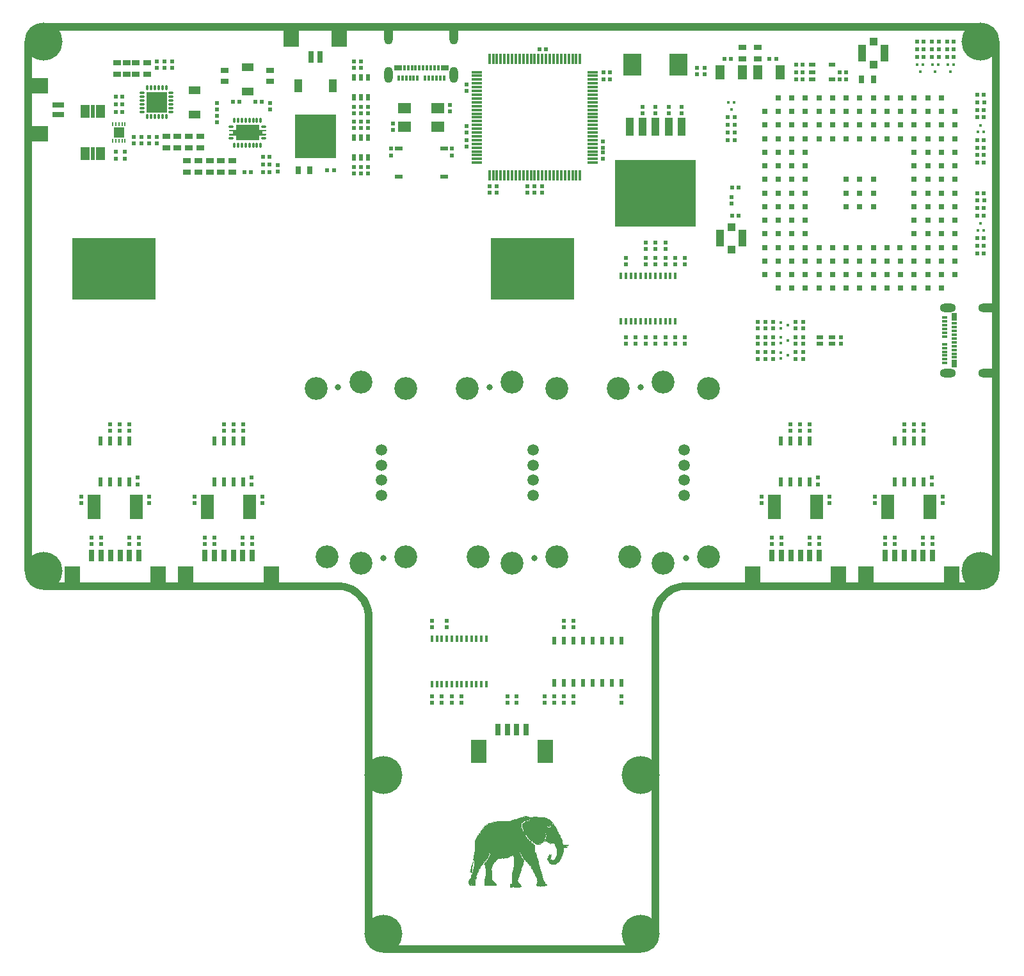
<source format=gts>
G04*
G04 #@! TF.GenerationSoftware,Altium Limited,Altium Designer,23.3.1 (30)*
G04*
G04 Layer_Color=8388736*
%FSLAX44Y44*%
%MOMM*%
G71*
G04*
G04 #@! TF.SameCoordinates,DCB42576-95BD-42AD-BAF6-B7D1C35FFA17*
G04*
G04*
G04 #@! TF.FilePolarity,Negative*
G04*
G01*
G75*
%ADD62R,124.0000X1.0000*%
%ADD63R,1.0000X70.0000*%
%ADD64R,1.0000X70.0000*%
%ADD65R,39.0000X1.0000*%
%ADD66R,38.9999X1.0000*%
%ADD67R,34.0000X1.0000*%
%ADD68R,1.0000X42.0000*%
%ADD69R,0.5400X0.4900*%
%ADD70R,0.4900X0.5400*%
%ADD71R,0.4200X0.4200*%
%ADD72R,0.5200X0.6200*%
%ADD73R,0.3200X0.8200*%
%ADD74R,0.4200X0.4200*%
%ADD75R,0.8200X0.5200*%
%ADD76R,0.7200X0.3200*%
%ADD77R,0.7200X1.0200*%
%ADD78R,1.0200X1.0200*%
%ADD79R,1.0700X2.2200*%
%ADD80R,0.8200X0.6200*%
%ADD81R,1.0200X0.7200*%
G04:AMPARAMS|DCode=82|XSize=0.72mm|YSize=0.72mm|CornerRadius=0.08mm|HoleSize=0mm|Usage=FLASHONLY|Rotation=90.000|XOffset=0mm|YOffset=0mm|HoleType=Round|Shape=RoundedRectangle|*
%AMROUNDEDRECTD82*
21,1,0.7200,0.5600,0,0,90.0*
21,1,0.5600,0.7200,0,0,90.0*
1,1,0.1600,0.2800,0.2800*
1,1,0.1600,0.2800,-0.2800*
1,1,0.1600,-0.2800,-0.2800*
1,1,0.1600,-0.2800,0.2800*
%
%ADD82ROUNDEDRECTD82*%
%ADD83R,1.1800X1.8400*%
%ADD84R,2.4200X2.9200*%
%ADD85R,10.6880X8.9100*%
G04:AMPARAMS|DCode=86|XSize=2.306mm|YSize=1.0868mm|CornerRadius=0.0633mm|HoleSize=0mm|Usage=FLASHONLY|Rotation=270.000|XOffset=0mm|YOffset=0mm|HoleType=Round|Shape=RoundedRectangle|*
%AMROUNDEDRECTD86*
21,1,2.3060,0.9601,0,0,270.0*
21,1,2.1793,1.0868,0,0,270.0*
1,1,0.1267,-0.4801,-1.0897*
1,1,0.1267,-0.4801,1.0897*
1,1,0.1267,0.4801,1.0897*
1,1,0.1267,0.4801,-1.0897*
%
%ADD86ROUNDEDRECTD86*%
%ADD87R,0.3200X0.7200*%
%ADD88R,0.7700X1.5200*%
%ADD89R,2.0200X3.0200*%
%ADD90R,1.5200X0.7700*%
%ADD91R,3.0200X2.0200*%
%ADD92R,1.2200X1.8100*%
%ADD93R,0.6200X1.8100*%
%ADD94R,0.2700X0.5200*%
%ADD95R,1.4200X1.3200*%
%ADD96R,2.7200X2.7200*%
G04:AMPARAMS|DCode=97|XSize=0.62mm|YSize=0.32mm|CornerRadius=0.085mm|HoleSize=0mm|Usage=FLASHONLY|Rotation=90.000|XOffset=0mm|YOffset=0mm|HoleType=Round|Shape=RoundedRectangle|*
%AMROUNDEDRECTD97*
21,1,0.6200,0.1500,0,0,90.0*
21,1,0.4500,0.3200,0,0,90.0*
1,1,0.1700,0.0750,0.2250*
1,1,0.1700,0.0750,-0.2250*
1,1,0.1700,-0.0750,-0.2250*
1,1,0.1700,-0.0750,0.2250*
%
%ADD97ROUNDEDRECTD97*%
G04:AMPARAMS|DCode=98|XSize=0.62mm|YSize=0.32mm|CornerRadius=0.085mm|HoleSize=0mm|Usage=FLASHONLY|Rotation=0.000|XOffset=0mm|YOffset=0mm|HoleType=Round|Shape=RoundedRectangle|*
%AMROUNDEDRECTD98*
21,1,0.6200,0.1500,0,0,0.0*
21,1,0.4500,0.3200,0,0,0.0*
1,1,0.1700,0.2250,-0.0750*
1,1,0.1700,-0.2250,-0.0750*
1,1,0.1700,-0.2250,0.0750*
1,1,0.1700,0.2250,0.0750*
%
%ADD98ROUNDEDRECTD98*%
%ADD99R,1.5200X1.0200*%
G04:AMPARAMS|DCode=100|XSize=0.26mm|YSize=0.62mm|CornerRadius=0.0604mm|HoleSize=0mm|Usage=FLASHONLY|Rotation=270.000|XOffset=0mm|YOffset=0mm|HoleType=Round|Shape=RoundedRectangle|*
%AMROUNDEDRECTD100*
21,1,0.2600,0.4992,0,0,270.0*
21,1,0.1392,0.6200,0,0,270.0*
1,1,0.1208,-0.2496,-0.0696*
1,1,0.1208,-0.2496,0.0696*
1,1,0.1208,0.2496,0.0696*
1,1,0.1208,0.2496,-0.0696*
%
%ADD100ROUNDEDRECTD100*%
G04:AMPARAMS|DCode=101|XSize=0.62mm|YSize=0.26mm|CornerRadius=0.0604mm|HoleSize=0mm|Usage=FLASHONLY|Rotation=270.000|XOffset=0mm|YOffset=0mm|HoleType=Round|Shape=RoundedRectangle|*
%AMROUNDEDRECTD101*
21,1,0.6200,0.1392,0,0,270.0*
21,1,0.4992,0.2600,0,0,270.0*
1,1,0.1208,-0.0696,-0.2496*
1,1,0.1208,-0.0696,0.2496*
1,1,0.1208,0.0696,0.2496*
1,1,0.1208,0.0696,-0.2496*
%
%ADD101ROUNDEDRECTD101*%
G04:AMPARAMS|DCode=102|XSize=2.07mm|YSize=3.07mm|CornerRadius=0.0613mm|HoleSize=0mm|Usage=FLASHONLY|Rotation=270.000|XOffset=0mm|YOffset=0mm|HoleType=Round|Shape=RoundedRectangle|*
%AMROUNDEDRECTD102*
21,1,2.0700,2.9475,0,0,270.0*
21,1,1.9475,3.0700,0,0,270.0*
1,1,0.1225,-1.4738,-0.9738*
1,1,0.1225,-1.4738,0.9738*
1,1,0.1225,1.4738,0.9738*
1,1,0.1225,1.4738,-0.9738*
%
%ADD102ROUNDEDRECTD102*%
%ADD103R,5.5200X5.7200*%
%ADD104R,1.0200X1.7700*%
%ADD105R,0.6200X0.8200*%
%ADD106R,1.0200X0.5200*%
%ADD107R,1.8200X1.4200*%
%ADD108R,1.4200X0.3200*%
%ADD109R,0.3200X1.4200*%
%ADD110R,0.6200X1.0200*%
%ADD111R,0.6200X1.2200*%
%ADD112R,1.8100X3.2200*%
%ADD113R,11.1000X8.1000*%
%ADD114C,0.7500*%
%ADD115O,2.1200X1.1200*%
%ADD116O,2.6200X1.1200*%
%ADD117O,1.1200X2.1200*%
%ADD118O,1.1200X2.6200*%
%ADD119C,5.0200*%
%ADD120C,1.5200*%
%ADD121C,3.0200*%
%ADD122C,0.8200*%
%ADD123C,2.5200*%
G36*
X-335249Y1060352D02*
X-335247Y1060352D01*
X-335221Y1060351D01*
X-335219Y1060351D01*
X-335216Y1060351D01*
X-335190Y1060349D01*
X-335187Y1060348D01*
X-335185Y1060348D01*
X-335159Y1060345D01*
X-335156Y1060344D01*
X-335153Y1060344D01*
X-335127Y1060339D01*
X-335125Y1060338D01*
X-335122Y1060338D01*
X-335097Y1060332D01*
X-335094Y1060331D01*
X-335092Y1060331D01*
X-335066Y1060323D01*
X-335064Y1060322D01*
X-335061Y1060322D01*
X-335037Y1060313D01*
X-335034Y1060312D01*
X-335032Y1060311D01*
X-335008Y1060301D01*
X-335005Y1060300D01*
X-335003Y1060299D01*
X-334979Y1060287D01*
X-334977Y1060286D01*
X-334974Y1060285D01*
X-334951Y1060273D01*
X-334949Y1060271D01*
X-334947Y1060270D01*
X-334925Y1060256D01*
X-334922Y1060254D01*
X-334920Y1060253D01*
X-334898Y1060238D01*
X-334897Y1060237D01*
X-334894Y1060235D01*
X-334873Y1060219D01*
X-334871Y1060217D01*
X-334869Y1060216D01*
X-334849Y1060199D01*
X-334847Y1060197D01*
X-334845Y1060195D01*
X-334826Y1060178D01*
X-334825Y1060175D01*
X-334823Y1060174D01*
X-334804Y1060155D01*
X-334803Y1060152D01*
X-334801Y1060151D01*
X-334784Y1060131D01*
X-334783Y1060128D01*
X-334781Y1060127D01*
X-334765Y1060106D01*
X-334763Y1060104D01*
X-334762Y1060102D01*
X-334747Y1060080D01*
X-334746Y1060078D01*
X-334744Y1060076D01*
X-334730Y1060053D01*
X-334729Y1060051D01*
X-334727Y1060049D01*
X-334715Y1060026D01*
X-334714Y1060023D01*
X-334712Y1060021D01*
X-334701Y1059997D01*
X-334701Y1059995D01*
X-334699Y1059992D01*
X-334689Y1059968D01*
X-334688Y1059966D01*
X-334687Y1059963D01*
X-334678Y1059939D01*
X-334678Y1059936D01*
X-334677Y1059933D01*
X-334669Y1059908D01*
X-334669Y1059906D01*
X-334668Y1059903D01*
X-334662Y1059878D01*
X-334662Y1059875D01*
X-334661Y1059873D01*
X-334656Y1059847D01*
X-334656Y1059844D01*
X-334655Y1059842D01*
X-334652Y1059816D01*
X-334652Y1059813D01*
X-334651Y1059810D01*
X-334649Y1059784D01*
X-334649Y1059781D01*
X-334649Y1059779D01*
X-334648Y1059753D01*
X-334648Y1059751D01*
X-334648Y1059750D01*
Y1053852D01*
X-326000D01*
X-325999Y1053852D01*
X-325997Y1053852D01*
X-325971Y1053851D01*
X-325969Y1053851D01*
X-325966Y1053851D01*
X-325940Y1053849D01*
X-325937Y1053848D01*
X-325934Y1053848D01*
X-325908Y1053845D01*
X-325906Y1053844D01*
X-325903Y1053844D01*
X-325878Y1053839D01*
X-325875Y1053838D01*
X-325872Y1053838D01*
X-325847Y1053832D01*
X-325844Y1053831D01*
X-325842Y1053831D01*
X-325816Y1053823D01*
X-325814Y1053822D01*
X-325812Y1053822D01*
X-325787Y1053813D01*
X-325784Y1053811D01*
X-325782Y1053811D01*
X-325758Y1053801D01*
X-325755Y1053799D01*
X-325753Y1053799D01*
X-325729Y1053788D01*
X-325727Y1053786D01*
X-325724Y1053785D01*
X-325701Y1053773D01*
X-325699Y1053771D01*
X-325697Y1053770D01*
X-325674Y1053756D01*
X-325672Y1053754D01*
X-325670Y1053753D01*
X-325648Y1053738D01*
X-325647Y1053737D01*
X-325644Y1053735D01*
X-325623Y1053719D01*
X-325621Y1053717D01*
X-325619Y1053716D01*
X-325599Y1053699D01*
X-325597Y1053697D01*
X-325595Y1053696D01*
X-325576Y1053677D01*
X-325575Y1053675D01*
X-325573Y1053674D01*
X-325555Y1053655D01*
X-325553Y1053652D01*
X-325551Y1053651D01*
X-325534Y1053631D01*
X-325532Y1053628D01*
X-325531Y1053627D01*
X-325515Y1053606D01*
X-325513Y1053604D01*
X-325512Y1053602D01*
X-325497Y1053580D01*
X-325496Y1053578D01*
X-325494Y1053576D01*
X-325480Y1053553D01*
X-325479Y1053551D01*
X-325477Y1053549D01*
X-325465Y1053526D01*
X-325464Y1053523D01*
X-325462Y1053521D01*
X-325451Y1053497D01*
X-325451Y1053495D01*
X-325449Y1053492D01*
X-325439Y1053468D01*
X-325438Y1053465D01*
X-325437Y1053463D01*
X-325428Y1053439D01*
X-325428Y1053436D01*
X-325427Y1053434D01*
X-325419Y1053408D01*
X-325419Y1053406D01*
X-325418Y1053403D01*
X-325412Y1053378D01*
X-325412Y1053375D01*
X-325411Y1053372D01*
X-325406Y1053347D01*
X-325406Y1053344D01*
X-325405Y1053342D01*
X-325402Y1053316D01*
X-325402Y1053313D01*
X-325401Y1053310D01*
X-325399Y1053284D01*
X-325399Y1053281D01*
X-325399Y1053279D01*
X-325398Y1053253D01*
X-325398Y1053251D01*
X-325398Y1053250D01*
Y1052250D01*
X-325398Y1052249D01*
X-325398Y1052247D01*
X-325399Y1052221D01*
X-325399Y1052218D01*
X-325399Y1052216D01*
X-325401Y1052190D01*
X-325402Y1052187D01*
X-325402Y1052185D01*
X-325405Y1052159D01*
X-325406Y1052156D01*
X-325406Y1052153D01*
X-325411Y1052127D01*
X-325412Y1052125D01*
X-325412Y1052122D01*
X-325418Y1052097D01*
X-325419Y1052094D01*
X-325419Y1052092D01*
X-325427Y1052066D01*
X-325428Y1052064D01*
X-325428Y1052061D01*
X-325437Y1052037D01*
X-325438Y1052035D01*
X-325439Y1052032D01*
X-325449Y1052008D01*
X-325451Y1052005D01*
X-325451Y1052003D01*
X-325462Y1051979D01*
X-325464Y1051977D01*
X-325465Y1051974D01*
X-325477Y1051951D01*
X-325479Y1051949D01*
X-325480Y1051947D01*
X-325494Y1051924D01*
X-325496Y1051922D01*
X-325497Y1051920D01*
X-325512Y1051898D01*
X-325513Y1051897D01*
X-325515Y1051894D01*
X-325531Y1051873D01*
X-325533Y1051871D01*
X-325534Y1051869D01*
X-325551Y1051849D01*
X-325553Y1051848D01*
X-325555Y1051845D01*
X-325573Y1051826D01*
X-325575Y1051825D01*
X-325576Y1051823D01*
X-325595Y1051805D01*
X-325597Y1051803D01*
X-325599Y1051801D01*
X-325619Y1051784D01*
X-325621Y1051783D01*
X-325623Y1051780D01*
X-325644Y1051765D01*
X-325647Y1051763D01*
X-325648Y1051761D01*
X-325670Y1051747D01*
X-325672Y1051746D01*
X-325675Y1051744D01*
X-325697Y1051730D01*
X-325699Y1051729D01*
X-325701Y1051727D01*
X-325724Y1051715D01*
X-325727Y1051714D01*
X-325729Y1051712D01*
X-325753Y1051701D01*
X-325755Y1051701D01*
X-325758Y1051699D01*
X-325782Y1051689D01*
X-325784Y1051689D01*
X-325787Y1051687D01*
X-325811Y1051678D01*
X-325814Y1051678D01*
X-325816Y1051677D01*
X-325842Y1051669D01*
X-325844Y1051669D01*
X-325847Y1051668D01*
X-325872Y1051662D01*
X-325875Y1051662D01*
X-325877Y1051661D01*
X-325903Y1051656D01*
X-325906Y1051656D01*
X-325908Y1051655D01*
X-325934Y1051652D01*
X-325937Y1051652D01*
X-325940Y1051651D01*
X-325966Y1051649D01*
X-325969Y1051649D01*
X-325971Y1051649D01*
X-325997Y1051648D01*
X-325999Y1051648D01*
X-326000Y1051648D01*
X-330648D01*
Y1048352D01*
X-326000D01*
X-325999Y1048352D01*
X-325997Y1048352D01*
X-325971Y1048351D01*
X-325969Y1048351D01*
X-325966Y1048351D01*
X-325940Y1048349D01*
X-325937Y1048348D01*
X-325934Y1048348D01*
X-325908Y1048345D01*
X-325906Y1048344D01*
X-325903Y1048344D01*
X-325877Y1048339D01*
X-325875Y1048338D01*
X-325872Y1048338D01*
X-325847Y1048332D01*
X-325844Y1048331D01*
X-325842Y1048331D01*
X-325816Y1048323D01*
X-325814Y1048322D01*
X-325812Y1048322D01*
X-325787Y1048313D01*
X-325784Y1048311D01*
X-325782Y1048311D01*
X-325758Y1048301D01*
X-325755Y1048299D01*
X-325753Y1048299D01*
X-325729Y1048288D01*
X-325727Y1048286D01*
X-325724Y1048285D01*
X-325701Y1048273D01*
X-325699Y1048271D01*
X-325697Y1048270D01*
X-325675Y1048256D01*
X-325672Y1048254D01*
X-325670Y1048253D01*
X-325648Y1048239D01*
X-325647Y1048237D01*
X-325644Y1048235D01*
X-325623Y1048219D01*
X-325621Y1048217D01*
X-325619Y1048216D01*
X-325599Y1048199D01*
X-325597Y1048197D01*
X-325595Y1048195D01*
X-325576Y1048177D01*
X-325575Y1048175D01*
X-325573Y1048174D01*
X-325555Y1048155D01*
X-325553Y1048152D01*
X-325551Y1048151D01*
X-325534Y1048131D01*
X-325533Y1048129D01*
X-325531Y1048127D01*
X-325515Y1048106D01*
X-325513Y1048103D01*
X-325512Y1048102D01*
X-325497Y1048080D01*
X-325496Y1048078D01*
X-325494Y1048076D01*
X-325480Y1048053D01*
X-325479Y1048051D01*
X-325477Y1048049D01*
X-325465Y1048026D01*
X-325464Y1048023D01*
X-325462Y1048021D01*
X-325451Y1047997D01*
X-325451Y1047995D01*
X-325449Y1047992D01*
X-325439Y1047968D01*
X-325438Y1047965D01*
X-325437Y1047963D01*
X-325428Y1047939D01*
X-325428Y1047936D01*
X-325427Y1047934D01*
X-325419Y1047908D01*
X-325419Y1047906D01*
X-325418Y1047903D01*
X-325412Y1047878D01*
X-325412Y1047875D01*
X-325411Y1047872D01*
X-325406Y1047847D01*
X-325406Y1047844D01*
X-325405Y1047841D01*
X-325402Y1047815D01*
X-325402Y1047813D01*
X-325401Y1047810D01*
X-325399Y1047784D01*
X-325399Y1047782D01*
X-325399Y1047779D01*
X-325398Y1047753D01*
X-325398Y1047751D01*
X-325398Y1047750D01*
Y1046750D01*
X-325398Y1046749D01*
X-325398Y1046747D01*
X-325399Y1046721D01*
X-325399Y1046719D01*
X-325399Y1046716D01*
X-325401Y1046690D01*
X-325402Y1046687D01*
X-325402Y1046684D01*
X-325405Y1046658D01*
X-325406Y1046656D01*
X-325406Y1046653D01*
X-325411Y1046627D01*
X-325412Y1046625D01*
X-325412Y1046622D01*
X-325418Y1046597D01*
X-325419Y1046594D01*
X-325419Y1046592D01*
X-325427Y1046566D01*
X-325428Y1046564D01*
X-325428Y1046561D01*
X-325437Y1046537D01*
X-325438Y1046535D01*
X-325439Y1046532D01*
X-325449Y1046508D01*
X-325451Y1046505D01*
X-325451Y1046503D01*
X-325462Y1046479D01*
X-325464Y1046477D01*
X-325465Y1046474D01*
X-325477Y1046451D01*
X-325479Y1046449D01*
X-325480Y1046447D01*
X-325494Y1046424D01*
X-325496Y1046422D01*
X-325497Y1046420D01*
X-325512Y1046398D01*
X-325513Y1046396D01*
X-325515Y1046394D01*
X-325531Y1046373D01*
X-325533Y1046372D01*
X-325534Y1046369D01*
X-325551Y1046349D01*
X-325553Y1046348D01*
X-325555Y1046345D01*
X-325573Y1046326D01*
X-325575Y1046325D01*
X-325576Y1046322D01*
X-325595Y1046304D01*
X-325597Y1046303D01*
X-325599Y1046301D01*
X-325619Y1046284D01*
X-325621Y1046283D01*
X-325623Y1046281D01*
X-325644Y1046265D01*
X-325647Y1046263D01*
X-325648Y1046262D01*
X-325670Y1046247D01*
X-325672Y1046246D01*
X-325674Y1046244D01*
X-325697Y1046230D01*
X-325699Y1046229D01*
X-325701Y1046227D01*
X-325724Y1046215D01*
X-325727Y1046214D01*
X-325729Y1046212D01*
X-325753Y1046201D01*
X-325755Y1046200D01*
X-325758Y1046199D01*
X-325782Y1046189D01*
X-325784Y1046189D01*
X-325787Y1046187D01*
X-325811Y1046178D01*
X-325814Y1046178D01*
X-325816Y1046177D01*
X-325842Y1046169D01*
X-325844Y1046169D01*
X-325847Y1046168D01*
X-325872Y1046162D01*
X-325875Y1046162D01*
X-325878Y1046161D01*
X-325903Y1046156D01*
X-325906Y1046156D01*
X-325908Y1046155D01*
X-325934Y1046152D01*
X-325937Y1046152D01*
X-325940Y1046151D01*
X-325966Y1046149D01*
X-325969Y1046149D01*
X-325971Y1046149D01*
X-325997Y1046148D01*
X-325999Y1046148D01*
X-326000Y1046148D01*
X-334648D01*
Y1040250D01*
X-334648Y1040249D01*
X-334648Y1040247D01*
X-334649Y1040221D01*
X-334649Y1040219D01*
X-334649Y1040216D01*
X-334651Y1040190D01*
X-334652Y1040187D01*
X-334652Y1040184D01*
X-334655Y1040158D01*
X-334656Y1040156D01*
X-334656Y1040153D01*
X-334661Y1040127D01*
X-334662Y1040125D01*
X-334662Y1040122D01*
X-334668Y1040097D01*
X-334669Y1040094D01*
X-334669Y1040092D01*
X-334677Y1040067D01*
X-334678Y1040064D01*
X-334678Y1040061D01*
X-334687Y1040037D01*
X-334688Y1040034D01*
X-334689Y1040032D01*
X-334699Y1040008D01*
X-334701Y1040005D01*
X-334701Y1040003D01*
X-334712Y1039979D01*
X-334714Y1039977D01*
X-334715Y1039974D01*
X-334727Y1039951D01*
X-334729Y1039949D01*
X-334730Y1039947D01*
X-334744Y1039924D01*
X-334746Y1039922D01*
X-334747Y1039920D01*
X-334762Y1039898D01*
X-334763Y1039896D01*
X-334765Y1039894D01*
X-334781Y1039873D01*
X-334783Y1039872D01*
X-334784Y1039869D01*
X-334801Y1039849D01*
X-334803Y1039847D01*
X-334804Y1039845D01*
X-334823Y1039826D01*
X-334825Y1039825D01*
X-334826Y1039822D01*
X-334845Y1039805D01*
X-334847Y1039803D01*
X-334849Y1039801D01*
X-334869Y1039784D01*
X-334871Y1039782D01*
X-334873Y1039781D01*
X-334894Y1039765D01*
X-334897Y1039763D01*
X-334898Y1039762D01*
X-334920Y1039747D01*
X-334922Y1039745D01*
X-334925Y1039744D01*
X-334947Y1039730D01*
X-334949Y1039729D01*
X-334951Y1039727D01*
X-334974Y1039715D01*
X-334977Y1039714D01*
X-334979Y1039712D01*
X-335003Y1039701D01*
X-335005Y1039700D01*
X-335008Y1039699D01*
X-335032Y1039689D01*
X-335034Y1039688D01*
X-335037Y1039687D01*
X-335061Y1039678D01*
X-335064Y1039678D01*
X-335066Y1039677D01*
X-335092Y1039669D01*
X-335094Y1039669D01*
X-335097Y1039668D01*
X-335122Y1039662D01*
X-335125Y1039662D01*
X-335127Y1039661D01*
X-335153Y1039656D01*
X-335156Y1039656D01*
X-335159Y1039655D01*
X-335185Y1039652D01*
X-335187Y1039652D01*
X-335190Y1039651D01*
X-335216Y1039649D01*
X-335219Y1039649D01*
X-335221Y1039649D01*
X-335247Y1039648D01*
X-335249Y1039648D01*
X-335250Y1039648D01*
X-364750D01*
X-364751Y1039648D01*
X-364753Y1039648D01*
X-364779Y1039649D01*
X-364781Y1039649D01*
X-364784Y1039649D01*
X-364810Y1039651D01*
X-364813Y1039652D01*
X-364815Y1039652D01*
X-364841Y1039655D01*
X-364844Y1039656D01*
X-364847Y1039656D01*
X-364873Y1039661D01*
X-364875Y1039662D01*
X-364878Y1039662D01*
X-364903Y1039668D01*
X-364906Y1039669D01*
X-364908Y1039669D01*
X-364934Y1039677D01*
X-364936Y1039678D01*
X-364939Y1039678D01*
X-364963Y1039687D01*
X-364966Y1039688D01*
X-364968Y1039689D01*
X-364992Y1039699D01*
X-364995Y1039700D01*
X-364997Y1039701D01*
X-365021Y1039712D01*
X-365023Y1039714D01*
X-365026Y1039715D01*
X-365049Y1039727D01*
X-365051Y1039729D01*
X-365053Y1039730D01*
X-365076Y1039744D01*
X-365078Y1039745D01*
X-365080Y1039747D01*
X-365102Y1039762D01*
X-365103Y1039763D01*
X-365106Y1039765D01*
X-365127Y1039781D01*
X-365129Y1039783D01*
X-365131Y1039784D01*
X-365151Y1039801D01*
X-365153Y1039803D01*
X-365155Y1039805D01*
X-365174Y1039822D01*
X-365175Y1039825D01*
X-365178Y1039826D01*
X-365196Y1039845D01*
X-365197Y1039848D01*
X-365199Y1039849D01*
X-365216Y1039869D01*
X-365217Y1039872D01*
X-365219Y1039873D01*
X-365235Y1039894D01*
X-365237Y1039896D01*
X-365238Y1039898D01*
X-365253Y1039920D01*
X-365254Y1039922D01*
X-365256Y1039924D01*
X-365270Y1039947D01*
X-365271Y1039949D01*
X-365273Y1039951D01*
X-365285Y1039974D01*
X-365286Y1039977D01*
X-365288Y1039979D01*
X-365299Y1040003D01*
X-365299Y1040005D01*
X-365301Y1040008D01*
X-365311Y1040032D01*
X-365312Y1040034D01*
X-365313Y1040037D01*
X-365322Y1040061D01*
X-365322Y1040064D01*
X-365323Y1040067D01*
X-365331Y1040092D01*
X-365331Y1040094D01*
X-365332Y1040097D01*
X-365338Y1040122D01*
X-365338Y1040125D01*
X-365339Y1040127D01*
X-365344Y1040153D01*
X-365344Y1040156D01*
X-365345Y1040158D01*
X-365348Y1040184D01*
X-365348Y1040187D01*
X-365349Y1040190D01*
X-365351Y1040216D01*
X-365351Y1040219D01*
X-365351Y1040221D01*
X-365352Y1040247D01*
X-365352Y1040249D01*
X-365352Y1040250D01*
Y1046148D01*
X-374000D01*
X-374001Y1046148D01*
X-374003Y1046148D01*
X-374029Y1046149D01*
X-374031Y1046149D01*
X-374034Y1046149D01*
X-374060Y1046151D01*
X-374063Y1046152D01*
X-374066Y1046152D01*
X-374092Y1046155D01*
X-374094Y1046156D01*
X-374097Y1046156D01*
X-374123Y1046161D01*
X-374125Y1046162D01*
X-374128Y1046162D01*
X-374153Y1046168D01*
X-374156Y1046169D01*
X-374158Y1046169D01*
X-374184Y1046177D01*
X-374186Y1046178D01*
X-374189Y1046178D01*
X-374213Y1046187D01*
X-374216Y1046189D01*
X-374218Y1046189D01*
X-374242Y1046199D01*
X-374245Y1046200D01*
X-374247Y1046201D01*
X-374271Y1046212D01*
X-374273Y1046214D01*
X-374276Y1046215D01*
X-374299Y1046227D01*
X-374301Y1046229D01*
X-374303Y1046230D01*
X-374326Y1046244D01*
X-374328Y1046246D01*
X-374330Y1046247D01*
X-374352Y1046262D01*
X-374353Y1046263D01*
X-374356Y1046265D01*
X-374377Y1046281D01*
X-374379Y1046283D01*
X-374381Y1046284D01*
X-374401Y1046301D01*
X-374403Y1046303D01*
X-374405Y1046304D01*
X-374424Y1046322D01*
X-374425Y1046325D01*
X-374427Y1046326D01*
X-374445Y1046345D01*
X-374447Y1046348D01*
X-374449Y1046349D01*
X-374466Y1046369D01*
X-374468Y1046372D01*
X-374469Y1046373D01*
X-374485Y1046394D01*
X-374487Y1046396D01*
X-374488Y1046398D01*
X-374503Y1046420D01*
X-374504Y1046422D01*
X-374506Y1046424D01*
X-374520Y1046447D01*
X-374521Y1046449D01*
X-374523Y1046451D01*
X-374535Y1046474D01*
X-374536Y1046477D01*
X-374538Y1046479D01*
X-374549Y1046503D01*
X-374549Y1046505D01*
X-374551Y1046508D01*
X-374561Y1046532D01*
X-374562Y1046535D01*
X-374563Y1046537D01*
X-374572Y1046561D01*
X-374572Y1046564D01*
X-374573Y1046566D01*
X-374581Y1046592D01*
X-374581Y1046594D01*
X-374582Y1046597D01*
X-374588Y1046622D01*
X-374588Y1046625D01*
X-374589Y1046627D01*
X-374594Y1046653D01*
X-374594Y1046656D01*
X-374595Y1046658D01*
X-374598Y1046684D01*
X-374598Y1046687D01*
X-374599Y1046690D01*
X-374601Y1046716D01*
X-374601Y1046719D01*
X-374601Y1046721D01*
X-374602Y1046747D01*
X-374602Y1046749D01*
X-374602Y1046750D01*
Y1047750D01*
X-374602Y1047751D01*
X-374602Y1047753D01*
X-374601Y1047779D01*
X-374601Y1047782D01*
X-374601Y1047784D01*
X-374599Y1047810D01*
X-374598Y1047813D01*
X-374598Y1047815D01*
X-374595Y1047841D01*
X-374594Y1047844D01*
X-374594Y1047847D01*
X-374589Y1047872D01*
X-374588Y1047875D01*
X-374588Y1047878D01*
X-374582Y1047903D01*
X-374581Y1047906D01*
X-374581Y1047908D01*
X-374573Y1047934D01*
X-374572Y1047936D01*
X-374572Y1047939D01*
X-374563Y1047963D01*
X-374562Y1047965D01*
X-374561Y1047968D01*
X-374551Y1047992D01*
X-374549Y1047995D01*
X-374549Y1047997D01*
X-374538Y1048021D01*
X-374536Y1048023D01*
X-374535Y1048026D01*
X-374523Y1048049D01*
X-374521Y1048051D01*
X-374520Y1048053D01*
X-374506Y1048076D01*
X-374504Y1048078D01*
X-374503Y1048080D01*
X-374488Y1048102D01*
X-374487Y1048103D01*
X-374485Y1048106D01*
X-374469Y1048127D01*
X-374467Y1048129D01*
X-374466Y1048131D01*
X-374449Y1048151D01*
X-374447Y1048152D01*
X-374445Y1048155D01*
X-374427Y1048174D01*
X-374425Y1048175D01*
X-374424Y1048177D01*
X-374405Y1048195D01*
X-374403Y1048197D01*
X-374401Y1048199D01*
X-374381Y1048216D01*
X-374379Y1048217D01*
X-374377Y1048219D01*
X-374356Y1048235D01*
X-374353Y1048237D01*
X-374352Y1048239D01*
X-374330Y1048253D01*
X-374328Y1048254D01*
X-374325Y1048256D01*
X-374303Y1048270D01*
X-374301Y1048271D01*
X-374299Y1048273D01*
X-374276Y1048285D01*
X-374273Y1048286D01*
X-374271Y1048288D01*
X-374247Y1048299D01*
X-374245Y1048299D01*
X-374242Y1048301D01*
X-374218Y1048311D01*
X-374216Y1048311D01*
X-374213Y1048313D01*
X-374189Y1048322D01*
X-374186Y1048322D01*
X-374184Y1048323D01*
X-374158Y1048331D01*
X-374156Y1048331D01*
X-374153Y1048332D01*
X-374128Y1048338D01*
X-374125Y1048338D01*
X-374123Y1048339D01*
X-374097Y1048344D01*
X-374094Y1048344D01*
X-374092Y1048345D01*
X-374066Y1048348D01*
X-374063Y1048348D01*
X-374060Y1048349D01*
X-374034Y1048351D01*
X-374031Y1048351D01*
X-374029Y1048351D01*
X-374003Y1048352D01*
X-374001Y1048352D01*
X-374000Y1048352D01*
X-369352D01*
Y1051648D01*
X-374000D01*
X-374001Y1051648D01*
X-374003Y1051648D01*
X-374029Y1051649D01*
X-374031Y1051649D01*
X-374034Y1051649D01*
X-374060Y1051651D01*
X-374063Y1051652D01*
X-374066Y1051652D01*
X-374092Y1051655D01*
X-374094Y1051656D01*
X-374097Y1051656D01*
X-374123Y1051661D01*
X-374125Y1051662D01*
X-374128Y1051662D01*
X-374153Y1051668D01*
X-374156Y1051669D01*
X-374158Y1051669D01*
X-374184Y1051677D01*
X-374186Y1051678D01*
X-374189Y1051678D01*
X-374213Y1051687D01*
X-374216Y1051689D01*
X-374218Y1051689D01*
X-374242Y1051699D01*
X-374245Y1051701D01*
X-374247Y1051701D01*
X-374271Y1051712D01*
X-374273Y1051714D01*
X-374276Y1051715D01*
X-374299Y1051727D01*
X-374301Y1051729D01*
X-374303Y1051730D01*
X-374326Y1051744D01*
X-374328Y1051746D01*
X-374330Y1051747D01*
X-374352Y1051761D01*
X-374353Y1051763D01*
X-374356Y1051765D01*
X-374377Y1051780D01*
X-374379Y1051783D01*
X-374381Y1051784D01*
X-374401Y1051801D01*
X-374403Y1051803D01*
X-374405Y1051805D01*
X-374424Y1051823D01*
X-374425Y1051825D01*
X-374427Y1051826D01*
X-374445Y1051845D01*
X-374447Y1051848D01*
X-374449Y1051849D01*
X-374466Y1051869D01*
X-374467Y1051871D01*
X-374469Y1051873D01*
X-374485Y1051894D01*
X-374487Y1051897D01*
X-374488Y1051898D01*
X-374503Y1051920D01*
X-374504Y1051922D01*
X-374506Y1051924D01*
X-374520Y1051947D01*
X-374521Y1051949D01*
X-374523Y1051951D01*
X-374535Y1051974D01*
X-374536Y1051977D01*
X-374538Y1051979D01*
X-374549Y1052003D01*
X-374549Y1052005D01*
X-374551Y1052008D01*
X-374561Y1052032D01*
X-374562Y1052035D01*
X-374563Y1052037D01*
X-374572Y1052061D01*
X-374572Y1052064D01*
X-374573Y1052066D01*
X-374581Y1052092D01*
X-374581Y1052094D01*
X-374582Y1052097D01*
X-374588Y1052122D01*
X-374588Y1052125D01*
X-374589Y1052127D01*
X-374594Y1052153D01*
X-374594Y1052156D01*
X-374595Y1052159D01*
X-374598Y1052185D01*
X-374598Y1052187D01*
X-374599Y1052190D01*
X-374601Y1052216D01*
X-374601Y1052218D01*
X-374601Y1052221D01*
X-374602Y1052247D01*
X-374602Y1052249D01*
X-374602Y1052250D01*
Y1053250D01*
X-374602Y1053251D01*
X-374602Y1053253D01*
X-374601Y1053279D01*
X-374601Y1053281D01*
X-374601Y1053284D01*
X-374599Y1053310D01*
X-374598Y1053313D01*
X-374598Y1053316D01*
X-374595Y1053342D01*
X-374594Y1053344D01*
X-374594Y1053347D01*
X-374589Y1053372D01*
X-374588Y1053375D01*
X-374588Y1053378D01*
X-374582Y1053403D01*
X-374581Y1053406D01*
X-374581Y1053408D01*
X-374573Y1053434D01*
X-374572Y1053436D01*
X-374572Y1053438D01*
X-374563Y1053463D01*
X-374562Y1053465D01*
X-374561Y1053468D01*
X-374551Y1053492D01*
X-374549Y1053495D01*
X-374549Y1053497D01*
X-374538Y1053521D01*
X-374536Y1053523D01*
X-374535Y1053526D01*
X-374523Y1053549D01*
X-374521Y1053551D01*
X-374520Y1053553D01*
X-374506Y1053576D01*
X-374504Y1053578D01*
X-374503Y1053580D01*
X-374488Y1053602D01*
X-374487Y1053604D01*
X-374485Y1053606D01*
X-374469Y1053627D01*
X-374468Y1053628D01*
X-374466Y1053631D01*
X-374449Y1053651D01*
X-374447Y1053652D01*
X-374445Y1053655D01*
X-374427Y1053674D01*
X-374425Y1053675D01*
X-374424Y1053677D01*
X-374405Y1053696D01*
X-374403Y1053697D01*
X-374401Y1053699D01*
X-374381Y1053716D01*
X-374379Y1053717D01*
X-374377Y1053719D01*
X-374356Y1053735D01*
X-374353Y1053737D01*
X-374352Y1053738D01*
X-374330Y1053753D01*
X-374328Y1053754D01*
X-374326Y1053756D01*
X-374303Y1053770D01*
X-374301Y1053771D01*
X-374299Y1053773D01*
X-374276Y1053785D01*
X-374273Y1053786D01*
X-374271Y1053788D01*
X-374247Y1053799D01*
X-374245Y1053800D01*
X-374242Y1053801D01*
X-374218Y1053811D01*
X-374216Y1053811D01*
X-374213Y1053813D01*
X-374189Y1053822D01*
X-374186Y1053822D01*
X-374184Y1053823D01*
X-374158Y1053831D01*
X-374156Y1053831D01*
X-374153Y1053832D01*
X-374128Y1053838D01*
X-374125Y1053838D01*
X-374123Y1053839D01*
X-374097Y1053844D01*
X-374094Y1053844D01*
X-374092Y1053845D01*
X-374066Y1053848D01*
X-374063Y1053848D01*
X-374060Y1053849D01*
X-374034Y1053851D01*
X-374031Y1053851D01*
X-374029Y1053851D01*
X-374003Y1053852D01*
X-374001Y1053852D01*
X-374000Y1053852D01*
X-365352D01*
Y1059750D01*
X-365352Y1059751D01*
X-365352Y1059753D01*
X-365351Y1059779D01*
X-365351Y1059781D01*
X-365351Y1059784D01*
X-365349Y1059810D01*
X-365348Y1059813D01*
X-365348Y1059816D01*
X-365345Y1059842D01*
X-365344Y1059844D01*
X-365344Y1059847D01*
X-365339Y1059873D01*
X-365338Y1059875D01*
X-365338Y1059878D01*
X-365332Y1059903D01*
X-365331Y1059906D01*
X-365331Y1059908D01*
X-365323Y1059933D01*
X-365322Y1059936D01*
X-365322Y1059939D01*
X-365313Y1059963D01*
X-365312Y1059966D01*
X-365311Y1059968D01*
X-365301Y1059992D01*
X-365299Y1059995D01*
X-365299Y1059997D01*
X-365288Y1060021D01*
X-365286Y1060023D01*
X-365285Y1060026D01*
X-365273Y1060049D01*
X-365271Y1060051D01*
X-365270Y1060053D01*
X-365256Y1060076D01*
X-365254Y1060078D01*
X-365253Y1060080D01*
X-365238Y1060102D01*
X-365237Y1060104D01*
X-365235Y1060106D01*
X-365219Y1060127D01*
X-365217Y1060128D01*
X-365216Y1060131D01*
X-365199Y1060151D01*
X-365197Y1060153D01*
X-365196Y1060155D01*
X-365178Y1060174D01*
X-365175Y1060175D01*
X-365174Y1060178D01*
X-365155Y1060195D01*
X-365153Y1060197D01*
X-365151Y1060199D01*
X-365131Y1060216D01*
X-365129Y1060217D01*
X-365127Y1060219D01*
X-365106Y1060235D01*
X-365103Y1060237D01*
X-365102Y1060238D01*
X-365080Y1060253D01*
X-365078Y1060254D01*
X-365075Y1060256D01*
X-365053Y1060270D01*
X-365051Y1060271D01*
X-365049Y1060273D01*
X-365026Y1060285D01*
X-365023Y1060286D01*
X-365021Y1060287D01*
X-364997Y1060299D01*
X-364995Y1060299D01*
X-364992Y1060301D01*
X-364968Y1060311D01*
X-364966Y1060312D01*
X-364963Y1060313D01*
X-364939Y1060322D01*
X-364936Y1060322D01*
X-364934Y1060323D01*
X-364908Y1060331D01*
X-364906Y1060331D01*
X-364903Y1060332D01*
X-364878Y1060338D01*
X-364875Y1060338D01*
X-364873Y1060339D01*
X-364847Y1060344D01*
X-364844Y1060344D01*
X-364841Y1060345D01*
X-364815Y1060348D01*
X-364813Y1060348D01*
X-364810Y1060349D01*
X-364784Y1060351D01*
X-364781Y1060351D01*
X-364779Y1060351D01*
X-364753Y1060352D01*
X-364751Y1060352D01*
X-364750Y1060352D01*
X-335250D01*
X-335249Y1060352D01*
D02*
G37*
G36*
X230002Y445000D02*
X227712Y444925D01*
X223173Y444328D01*
X218751Y443143D01*
X214521Y441391D01*
X210557Y439101D01*
X206924Y436314D01*
X203687Y433077D01*
X200900Y429445D01*
X198611Y425480D01*
X196859Y421250D01*
X195674Y416828D01*
X195076Y412289D01*
X195002Y410000D01*
X185002D01*
Y412949D01*
X185771Y418798D01*
X187298Y424496D01*
X189556Y429946D01*
X192505Y435054D01*
X196096Y439734D01*
X200267Y443905D01*
X204947Y447496D01*
X210056Y450446D01*
X215506Y452703D01*
X221203Y454230D01*
X227052Y455000D01*
X230002D01*
Y445000D01*
D02*
G37*
G36*
X-221202Y454230D02*
X-215504Y452703D01*
X-210054Y450446D01*
X-204946Y447496D01*
X-200266Y443905D01*
X-196095Y439734D01*
X-192504Y435054D01*
X-189554Y429946D01*
X-187297Y424496D01*
X-185770Y418798D01*
X-185000Y412949D01*
Y410000D01*
X-195000D01*
X-195075Y412289D01*
X-195672Y416828D01*
X-196857Y421250D01*
X-198610Y425480D01*
X-200899Y429445D01*
X-203686Y433077D01*
X-206923Y436314D01*
X-210555Y439101D01*
X-214520Y441390D01*
X-218750Y443143D01*
X-223172Y444328D01*
X-227711Y444925D01*
X-230000Y445000D01*
Y455000D01*
X-227050D01*
X-221202Y454230D01*
D02*
G37*
G36*
X20000Y145000D02*
X22551D01*
Y144362D01*
X27652D01*
Y145000D01*
X34028D01*
Y144362D01*
X40405D01*
Y143725D01*
X44231D01*
Y143087D01*
X46782D01*
Y142449D01*
X47419D01*
Y141812D01*
X48694D01*
Y141174D01*
X49970D01*
Y140536D01*
X50607D01*
Y139899D01*
X51245D01*
Y139261D01*
X51883D01*
Y138623D01*
X52520D01*
Y137986D01*
X53158D01*
Y137348D01*
X53796D01*
Y136711D01*
Y136073D01*
X53158D01*
Y135435D01*
Y134797D01*
X53796D01*
Y135435D01*
X54433D01*
Y136073D01*
X55071D01*
Y135435D01*
Y134797D01*
X55709D01*
Y134160D01*
Y133522D01*
X56984D01*
Y132885D01*
X56346D01*
Y132247D01*
X57622D01*
Y131609D01*
X58259D01*
Y130972D01*
Y130334D01*
Y129696D01*
X58897D01*
Y129059D01*
X59535D01*
Y128421D01*
Y127783D01*
X60172D01*
Y127146D01*
Y126508D01*
Y125870D01*
X60810D01*
Y125233D01*
Y124595D01*
X61448D01*
Y123957D01*
Y123320D01*
X62085D01*
Y122682D01*
Y122044D01*
X62723D01*
Y121407D01*
X63360D01*
Y120769D01*
Y120131D01*
X63998D01*
Y119494D01*
Y118856D01*
X64636D01*
Y118218D01*
X65273D01*
Y117581D01*
X64636D01*
Y116943D01*
X65273D01*
Y116306D01*
X65911D01*
Y115668D01*
Y115030D01*
Y114393D01*
X66549D01*
Y113755D01*
Y113117D01*
Y112480D01*
X67186D01*
Y111842D01*
Y111204D01*
Y110567D01*
Y109929D01*
Y109291D01*
X67824D01*
Y108654D01*
Y108016D01*
X76114D01*
Y107378D01*
X75476D01*
Y106741D01*
X74201D01*
Y106103D01*
X71650D01*
Y105465D01*
X75476D01*
Y104828D01*
X74838D01*
Y104190D01*
X74201D01*
Y104828D01*
X73563D01*
Y104190D01*
X72925D01*
Y103553D01*
X68462D01*
Y102915D01*
Y102277D01*
Y101640D01*
Y101002D01*
Y100364D01*
Y99727D01*
Y99089D01*
Y98451D01*
Y97814D01*
Y97176D01*
X67824D01*
Y96538D01*
Y95901D01*
Y95263D01*
Y94625D01*
X67186D01*
Y93988D01*
X66549D01*
Y93350D01*
X67186D01*
Y92712D01*
X66549D01*
Y92075D01*
X65911D01*
Y91437D01*
X65273D01*
Y90799D01*
X65911D01*
Y90162D01*
X65273D01*
Y89524D01*
Y88886D01*
X64636D01*
Y89524D01*
X63998D01*
Y88886D01*
X64636D01*
Y88249D01*
Y87611D01*
X63998D01*
Y86973D01*
X63360D01*
Y86336D01*
Y85698D01*
X62723D01*
Y85061D01*
X61448D01*
Y84423D01*
Y83785D01*
X60172D01*
Y83148D01*
X59535D01*
Y82510D01*
X58259D01*
Y81872D01*
X56346D01*
Y81235D01*
X53158D01*
Y81872D01*
X51245D01*
Y82510D01*
X49970D01*
Y83148D01*
X49332D01*
Y83785D01*
X48694D01*
Y84423D01*
X48057D01*
Y85061D01*
Y85698D01*
Y86336D01*
X47419D01*
Y86973D01*
Y87611D01*
X46782D01*
Y88249D01*
Y88886D01*
Y89524D01*
Y90162D01*
X47419D01*
Y90799D01*
X48057D01*
Y91437D01*
X47419D01*
Y92075D01*
X48057D01*
Y92712D01*
Y93350D01*
X48694D01*
Y93988D01*
X49332D01*
Y94625D01*
X49970D01*
Y95263D01*
X51883D01*
Y94625D01*
X52520D01*
Y93988D01*
Y93350D01*
X51883D01*
Y92712D01*
X52520D01*
Y92075D01*
Y91437D01*
X51883D01*
Y90799D01*
X51245D01*
Y90162D01*
Y89524D01*
Y88886D01*
X51883D01*
Y88249D01*
X53158D01*
Y87611D01*
X55071D01*
Y88249D01*
X56346D01*
Y88886D01*
X56984D01*
Y89524D01*
X57622D01*
Y90162D01*
Y90799D01*
Y91437D01*
X58259D01*
Y92075D01*
X58897D01*
Y92712D01*
X58259D01*
Y93350D01*
X58897D01*
Y93988D01*
Y94625D01*
Y95263D01*
Y95901D01*
Y96538D01*
Y97176D01*
Y97814D01*
Y98451D01*
Y99089D01*
Y99727D01*
Y100364D01*
Y101002D01*
X59535D01*
Y101640D01*
X58897D01*
Y102277D01*
Y102915D01*
X58259D01*
Y103553D01*
Y104190D01*
X57622D01*
Y104828D01*
Y105465D01*
Y106103D01*
X56984D01*
Y106741D01*
Y107378D01*
X56346D01*
Y108016D01*
Y108654D01*
X55709D01*
Y109291D01*
X51883D01*
Y108654D01*
X49970D01*
Y109291D01*
X49332D01*
Y109929D01*
X48057D01*
Y110567D01*
X47419D01*
Y111204D01*
X46144D01*
Y111842D01*
X41680D01*
Y111204D01*
X41042D01*
Y110567D01*
X39767D01*
Y109929D01*
Y109291D01*
X37854D01*
Y108654D01*
Y108016D01*
X36579D01*
Y107378D01*
X35304D01*
Y108016D01*
X34666D01*
Y107378D01*
X33391D01*
Y108016D01*
X32115D01*
Y108654D01*
X30840D01*
Y109291D01*
X29565D01*
Y109929D01*
Y110567D01*
X28927D01*
Y109929D01*
X28289D01*
Y110567D01*
X27652D01*
Y111204D01*
X27014D01*
Y111842D01*
Y112480D01*
X27652D01*
Y113117D01*
X26377D01*
Y112480D01*
Y111842D01*
X25739D01*
Y112480D01*
X25101D01*
Y113117D01*
X24464D01*
Y113755D01*
X23826D01*
Y114393D01*
X23188D01*
Y115030D01*
X22551D01*
Y115668D01*
X21913D01*
Y116306D01*
X21275D01*
Y116943D01*
Y117581D01*
X20638D01*
Y118218D01*
X20000D01*
Y118856D01*
X19362D01*
Y119494D01*
Y120131D01*
X18725D01*
Y120769D01*
X18087D01*
Y121407D01*
Y122044D01*
X17449D01*
Y121407D01*
Y120769D01*
X18087D01*
Y120131D01*
Y119494D01*
X18725D01*
Y118856D01*
Y118218D01*
X19362D01*
Y117581D01*
X20000D01*
Y116943D01*
X20638D01*
Y116306D01*
Y115668D01*
X21275D01*
Y115030D01*
X21913D01*
Y114393D01*
X22551D01*
Y113755D01*
X23188D01*
Y113117D01*
X23826D01*
Y112480D01*
X25101D01*
Y111842D01*
X25739D01*
Y111204D01*
X26377D01*
Y110567D01*
X27014D01*
Y109929D01*
X28289D01*
Y109291D01*
X28927D01*
Y108654D01*
Y108016D01*
X30203D01*
Y107378D01*
Y106741D01*
Y106103D01*
Y105465D01*
Y104828D01*
Y104190D01*
Y103553D01*
Y102915D01*
X30840D01*
Y102277D01*
Y101640D01*
Y101002D01*
Y100364D01*
Y99727D01*
Y99089D01*
Y98451D01*
Y97814D01*
X31478D01*
Y97176D01*
X32115D01*
Y96538D01*
Y95901D01*
Y95263D01*
X32753D01*
Y94625D01*
Y93988D01*
X33391D01*
Y93350D01*
Y92712D01*
Y92075D01*
Y91437D01*
Y90799D01*
X34028D01*
Y90162D01*
Y89524D01*
Y88886D01*
X34666D01*
Y88249D01*
Y87611D01*
X34028D01*
Y86973D01*
X34666D01*
Y86336D01*
X35304D01*
Y85698D01*
Y85061D01*
X34666D01*
Y84423D01*
X35304D01*
Y83785D01*
Y83148D01*
X35941D01*
Y82510D01*
Y81872D01*
Y81235D01*
X36579D01*
Y80597D01*
Y79959D01*
Y79322D01*
Y78684D01*
X37217D01*
Y78046D01*
Y77409D01*
Y76771D01*
X37854D01*
Y76133D01*
X37217D01*
Y75496D01*
X37854D01*
Y74858D01*
X38492D01*
Y74220D01*
Y73583D01*
Y72945D01*
X39130D01*
Y72308D01*
Y71670D01*
Y71032D01*
X39767D01*
Y70395D01*
X39130D01*
Y69757D01*
X39767D01*
Y69119D01*
Y68481D01*
X40405D01*
Y67844D01*
X39767D01*
Y67206D01*
X40405D01*
Y66569D01*
Y65931D01*
Y65293D01*
Y64656D01*
Y64018D01*
X41042D01*
Y63380D01*
Y62743D01*
Y62105D01*
X41680D01*
Y61467D01*
Y60830D01*
X42318D01*
Y60192D01*
Y59554D01*
X42955D01*
Y58917D01*
Y58279D01*
X43593D01*
Y57641D01*
X44231D01*
Y57004D01*
Y56366D01*
X44868D01*
Y55729D01*
X45506D01*
Y55091D01*
X46144D01*
Y54453D01*
Y53815D01*
X45506D01*
Y53178D01*
X43593D01*
Y52540D01*
X37854D01*
Y51903D01*
X37217D01*
Y52540D01*
X32753D01*
Y53178D01*
Y53815D01*
X32115D01*
Y54453D01*
Y55091D01*
Y55729D01*
Y56366D01*
X32753D01*
Y57004D01*
Y57641D01*
X33391D01*
Y58279D01*
X34028D01*
Y58917D01*
Y59554D01*
X33391D01*
Y60192D01*
Y60830D01*
Y61467D01*
X32753D01*
Y62105D01*
Y62743D01*
Y63380D01*
X32115D01*
Y64018D01*
Y64656D01*
Y65293D01*
X31478D01*
Y65931D01*
Y66569D01*
X30840D01*
Y67206D01*
Y67844D01*
X30203D01*
Y68481D01*
Y69119D01*
X29565D01*
Y69757D01*
Y70395D01*
X28927D01*
Y71032D01*
X28289D01*
Y71670D01*
Y72308D01*
X27652D01*
Y72945D01*
X28289D01*
Y73583D01*
X27014D01*
Y74220D01*
Y74858D01*
Y75496D01*
X25739D01*
Y76133D01*
Y76771D01*
X25101D01*
Y77409D01*
Y78046D01*
X24464D01*
Y78684D01*
X23826D01*
Y79322D01*
X25101D01*
Y79959D01*
X23188D01*
Y80597D01*
X22551D01*
Y81235D01*
Y81872D01*
X21913D01*
Y82510D01*
X21275D01*
Y83148D01*
X20638D01*
Y83785D01*
X20000D01*
Y84423D01*
X19362D01*
Y85061D01*
X18725D01*
Y85698D01*
X18087D01*
Y86336D01*
X17449D01*
Y86973D01*
X16812D01*
Y87611D01*
X16174D01*
Y88249D01*
X15536D01*
Y88886D01*
Y89524D01*
X14899D01*
Y90162D01*
X14261D01*
Y90799D01*
Y91437D01*
X13623D01*
Y92075D01*
X12986D01*
Y92712D01*
Y93350D01*
X12348D01*
Y93988D01*
Y94625D01*
X11710D01*
Y95263D01*
Y95901D01*
X11073D01*
Y95263D01*
Y94625D01*
X11710D01*
Y93988D01*
Y93350D01*
X12348D01*
Y92712D01*
Y92075D01*
X12986D01*
Y91437D01*
Y90799D01*
X13623D01*
Y90162D01*
X14261D01*
Y89524D01*
Y88886D01*
X14899D01*
Y88249D01*
X15536D01*
Y87611D01*
Y86973D01*
X16174D01*
Y86336D01*
Y85698D01*
Y85061D01*
Y84423D01*
X15536D01*
Y83785D01*
Y83148D01*
Y82510D01*
X14899D01*
Y81872D01*
Y81235D01*
Y80597D01*
X14261D01*
Y79959D01*
Y79322D01*
X13623D01*
Y78684D01*
Y78046D01*
Y77409D01*
X12986D01*
Y76771D01*
Y76133D01*
Y75496D01*
X12348D01*
Y74858D01*
Y74220D01*
Y73583D01*
Y72945D01*
X11710D01*
Y72308D01*
Y71670D01*
Y71032D01*
Y70395D01*
X11073D01*
Y69757D01*
Y69119D01*
Y68481D01*
X10435D01*
Y67844D01*
Y67206D01*
X9797D01*
Y66569D01*
Y65931D01*
Y65293D01*
X9160D01*
Y64656D01*
Y64018D01*
X8522D01*
Y63380D01*
Y62743D01*
Y62105D01*
Y61467D01*
Y60830D01*
X7885D01*
Y60192D01*
Y59554D01*
X8522D01*
Y58917D01*
Y58279D01*
Y57641D01*
X9160D01*
Y57004D01*
X9797D01*
Y56366D01*
X10435D01*
Y55729D01*
X11073D01*
Y55091D01*
X11710D01*
Y54453D01*
Y53815D01*
X12348D01*
Y53178D01*
Y52540D01*
Y51903D01*
X11073D01*
Y51265D01*
X2783D01*
Y51903D01*
X870D01*
Y51265D01*
X-2318D01*
Y51903D01*
X-2955D01*
Y52540D01*
Y53178D01*
Y53815D01*
Y54453D01*
X-2318D01*
Y55091D01*
Y55729D01*
X-1680D01*
Y56366D01*
X-405D01*
Y57004D01*
Y57641D01*
Y58279D01*
X233D01*
Y58917D01*
X-405D01*
Y59554D01*
Y60192D01*
Y60830D01*
Y61467D01*
Y62105D01*
Y62743D01*
Y63380D01*
Y64018D01*
Y64656D01*
Y65293D01*
Y65931D01*
X233D01*
Y66569D01*
Y67206D01*
Y67844D01*
Y68481D01*
Y69119D01*
Y69757D01*
Y70395D01*
Y71032D01*
X870D01*
Y71670D01*
Y72308D01*
Y72945D01*
Y73583D01*
Y74220D01*
X1508D01*
Y74858D01*
Y75496D01*
Y76133D01*
Y76771D01*
Y77409D01*
Y78046D01*
X2146D01*
Y78684D01*
Y79322D01*
Y79959D01*
Y80597D01*
Y81235D01*
Y81872D01*
Y82510D01*
Y83148D01*
Y83785D01*
Y84423D01*
Y85061D01*
Y85698D01*
X2783D01*
Y86336D01*
X2146D01*
Y86973D01*
Y87611D01*
Y88249D01*
Y88886D01*
Y89524D01*
Y90162D01*
Y90799D01*
Y91437D01*
X1508D01*
Y92075D01*
Y92712D01*
Y93350D01*
X233D01*
Y92712D01*
X-1042D01*
Y92075D01*
X-2318D01*
Y91437D01*
X-3593D01*
Y90799D01*
X-5506D01*
Y90162D01*
X-7419D01*
Y89524D01*
X-10607D01*
Y88886D01*
X-11883D01*
Y89524D01*
X-13796D01*
Y88886D01*
X-18259D01*
Y89524D01*
X-18897D01*
Y88886D01*
X-18259D01*
Y88249D01*
X-19534D01*
Y87611D01*
Y86973D01*
X-20172D01*
Y86336D01*
X-20810D01*
Y85698D01*
X-21448D01*
Y85061D01*
X-22085D01*
Y84423D01*
X-22723D01*
Y83785D01*
X-23360D01*
Y83148D01*
X-23998D01*
Y82510D01*
X-24636D01*
Y81872D01*
Y81235D01*
X-25273D01*
Y80597D01*
Y79959D01*
Y79322D01*
X-25911D01*
Y78684D01*
Y78046D01*
X-26549D01*
Y77409D01*
Y76771D01*
Y76133D01*
X-27186D01*
Y75496D01*
Y74858D01*
Y74220D01*
Y73583D01*
X-26549D01*
Y72945D01*
Y72308D01*
Y71670D01*
Y71032D01*
Y70395D01*
Y69757D01*
Y69119D01*
Y68481D01*
Y67844D01*
Y67206D01*
Y66569D01*
Y65931D01*
Y65293D01*
Y64656D01*
Y64018D01*
Y63380D01*
X-25911D01*
Y62743D01*
Y62105D01*
Y61467D01*
X-25273D01*
Y60830D01*
Y60192D01*
X-24636D01*
Y59554D01*
X-23998D01*
Y58917D01*
X-23360D01*
Y58279D01*
X-22723D01*
Y57641D01*
X-22085D01*
Y57004D01*
X-21448D01*
Y56366D01*
X-20810D01*
Y55729D01*
X-20172D01*
Y55091D01*
Y54453D01*
Y53815D01*
X-20810D01*
Y53178D01*
X-34838D01*
Y53815D01*
X-36114D01*
Y54453D01*
Y55091D01*
Y55729D01*
Y56366D01*
Y57004D01*
Y57641D01*
Y58279D01*
Y58917D01*
Y59554D01*
Y60192D01*
Y60830D01*
Y61467D01*
Y62105D01*
Y62743D01*
X-35476D01*
Y63380D01*
Y64018D01*
Y64656D01*
Y65293D01*
Y65931D01*
X-34838D01*
Y66569D01*
Y67206D01*
Y67844D01*
Y68481D01*
Y69119D01*
Y69757D01*
Y70395D01*
Y71032D01*
Y71670D01*
Y72308D01*
Y72945D01*
Y73583D01*
Y74220D01*
Y74858D01*
Y75496D01*
Y76133D01*
X-35476D01*
Y76771D01*
Y77409D01*
Y78046D01*
Y78684D01*
Y79322D01*
Y79959D01*
Y80597D01*
X-36114D01*
Y81235D01*
X-36751D01*
Y81872D01*
X-37389D01*
Y82510D01*
X-36751D01*
Y83148D01*
X-36114D01*
Y83785D01*
X-35476D01*
Y84423D01*
X-34838D01*
Y85061D01*
X-34200D01*
Y85698D01*
Y86336D01*
X-33563D01*
Y86973D01*
X-32287D01*
Y87611D01*
Y88249D01*
Y88886D01*
X-32925D01*
Y88249D01*
X-33563D01*
Y87611D01*
X-34200D01*
Y86973D01*
X-34838D01*
Y86336D01*
Y85698D01*
X-35476D01*
Y85061D01*
X-36114D01*
Y85698D01*
X-37389D01*
Y85061D01*
X-36114D01*
Y84423D01*
X-36751D01*
Y83785D01*
X-37389D01*
Y83148D01*
X-38026D01*
Y82510D01*
Y81872D01*
X-38664D01*
Y81235D01*
X-39302D01*
Y80597D01*
X-39939D01*
Y79959D01*
X-40577D01*
Y79322D01*
Y78684D01*
X-41215D01*
Y78046D01*
X-41852D01*
Y77409D01*
Y76771D01*
X-42490D01*
Y76133D01*
Y75496D01*
X-43765D01*
Y74858D01*
X-43128D01*
Y74220D01*
X-43765D01*
Y73583D01*
X-44403D01*
Y72945D01*
Y72308D01*
Y71670D01*
X-45041D01*
Y71032D01*
Y70395D01*
X-45678D01*
Y69757D01*
Y69119D01*
X-46316D01*
Y68481D01*
X-45678D01*
Y67844D01*
X-46316D01*
Y67206D01*
Y66569D01*
Y65931D01*
Y65293D01*
X-46954D01*
Y65931D01*
X-47591D01*
Y65293D01*
X-46954D01*
Y64656D01*
Y64018D01*
Y63380D01*
Y62743D01*
X-47591D01*
Y62105D01*
Y61467D01*
Y60830D01*
X-48229D01*
Y60192D01*
Y59554D01*
Y58917D01*
X-48867D01*
Y58279D01*
X-48229D01*
Y57641D01*
Y57004D01*
Y56366D01*
X-47591D01*
Y55729D01*
X-48229D01*
Y56366D01*
X-48867D01*
Y55729D01*
X-48229D01*
Y55091D01*
Y54453D01*
Y53815D01*
X-49504D01*
Y53178D01*
X-50142D01*
Y53815D01*
X-55881D01*
Y54453D01*
X-56518D01*
Y55091D01*
X-57156D01*
Y55729D01*
Y56366D01*
X-57794D01*
Y57004D01*
Y57641D01*
Y58279D01*
Y58917D01*
Y59554D01*
Y60192D01*
X-57156D01*
Y60830D01*
Y61467D01*
X-56518D01*
Y62105D01*
X-55881D01*
Y62743D01*
X-55243D01*
Y63380D01*
X-54605D01*
Y62743D01*
X-53968D01*
Y63380D01*
X-54605D01*
Y64018D01*
Y64656D01*
Y65293D01*
Y65931D01*
X-53968D01*
Y66569D01*
Y67206D01*
Y67844D01*
X-53330D01*
Y68481D01*
Y69119D01*
X-52692D01*
Y69757D01*
Y70395D01*
X-53968D01*
Y69757D01*
X-54605D01*
Y70395D01*
Y71032D01*
X-55881D01*
Y71670D01*
Y72308D01*
X-55243D01*
Y72945D01*
Y73583D01*
Y74220D01*
Y74858D01*
Y75496D01*
X-54605D01*
Y76133D01*
Y76771D01*
Y77409D01*
X-53968D01*
Y78046D01*
Y78684D01*
Y79322D01*
Y79959D01*
X-53330D01*
Y80597D01*
Y81235D01*
Y81872D01*
X-52692D01*
Y82510D01*
Y83148D01*
Y83785D01*
X-52055D01*
Y84423D01*
Y85061D01*
Y85698D01*
Y86336D01*
X-51417D01*
Y85698D01*
X-50780D01*
Y85061D01*
Y84423D01*
Y83785D01*
Y83148D01*
X-51417D01*
Y82510D01*
Y81872D01*
Y81235D01*
Y80597D01*
X-52055D01*
Y79959D01*
Y79322D01*
Y78684D01*
X-52692D01*
Y78046D01*
Y77409D01*
Y76771D01*
Y76133D01*
Y75496D01*
Y74858D01*
Y74220D01*
Y73583D01*
Y72945D01*
Y72308D01*
Y71670D01*
X-53330D01*
Y71032D01*
X-52055D01*
Y71670D01*
Y72308D01*
Y72945D01*
X-51417D01*
Y73583D01*
Y74220D01*
Y74858D01*
Y75496D01*
X-50780D01*
Y76133D01*
Y76771D01*
Y77409D01*
Y78046D01*
Y78684D01*
X-50142D01*
Y79322D01*
Y79959D01*
Y80597D01*
Y81235D01*
Y81872D01*
Y82510D01*
Y83148D01*
Y83785D01*
Y84423D01*
Y85061D01*
Y85698D01*
Y86336D01*
X-50780D01*
Y86973D01*
X-51417D01*
Y87611D01*
Y88249D01*
Y88886D01*
X-50780D01*
Y89524D01*
Y90162D01*
Y90799D01*
Y91437D01*
Y92075D01*
Y92712D01*
Y93350D01*
Y93988D01*
X-50142D01*
Y94625D01*
Y95263D01*
Y95901D01*
Y96538D01*
Y97176D01*
Y97814D01*
Y98451D01*
X-49504D01*
Y99089D01*
Y99727D01*
Y100364D01*
Y101002D01*
Y101640D01*
Y102277D01*
Y102915D01*
Y103553D01*
Y104190D01*
Y104828D01*
Y105465D01*
Y106103D01*
Y106741D01*
Y107378D01*
Y108016D01*
Y108654D01*
Y109291D01*
Y109929D01*
Y110567D01*
X-48867D01*
Y111204D01*
Y111842D01*
Y112480D01*
Y113117D01*
Y113755D01*
X-48229D01*
Y114393D01*
Y115030D01*
X-47591D01*
Y115668D01*
Y116306D01*
Y116943D01*
X-46954D01*
Y117581D01*
X-46316D01*
Y118218D01*
Y118856D01*
X-45678D01*
Y119494D01*
Y120131D01*
X-44403D01*
Y120769D01*
Y121407D01*
Y122044D01*
X-43765D01*
Y122682D01*
X-43128D01*
Y123320D01*
X-41852D01*
Y123957D01*
X-42490D01*
Y124595D01*
X-41852D01*
Y125233D01*
X-41215D01*
Y125870D01*
Y126508D01*
X-40577D01*
Y127146D01*
X-39939D01*
Y127783D01*
Y128421D01*
X-39302D01*
Y129059D01*
X-38664D01*
Y129696D01*
X-38026D01*
Y129059D01*
X-37389D01*
Y129696D01*
X-38026D01*
Y130334D01*
Y130972D01*
X-37389D01*
Y131609D01*
X-36751D01*
Y132247D01*
X-36114D01*
Y132885D01*
X-35476D01*
Y133522D01*
X-33563D01*
Y134160D01*
Y134797D01*
X-32925D01*
Y134160D01*
X-32287D01*
Y134797D01*
Y135435D01*
X-31012D01*
Y136073D01*
X-29737D01*
Y136711D01*
X-27186D01*
Y137348D01*
X-25273D01*
Y136711D01*
X-24636D01*
Y137348D01*
X-25273D01*
Y137986D01*
X-20172D01*
Y138623D01*
X-4868D01*
Y139261D01*
X-1680D01*
Y139899D01*
X233D01*
Y140536D01*
X2146D01*
Y141174D01*
X4059D01*
Y141812D01*
X6609D01*
Y142449D01*
X8522D01*
Y143087D01*
X11073D01*
Y143725D01*
X12348D01*
Y144362D01*
X14261D01*
Y145000D01*
X14899D01*
Y144362D01*
X15536D01*
Y145000D01*
X16174D01*
Y144362D01*
X16812D01*
Y145000D01*
X16174D01*
Y145638D01*
X20000D01*
Y145000D01*
D02*
G37*
%LPC*%
G36*
X23188Y141812D02*
X22551D01*
Y141174D01*
X23188D01*
Y140536D01*
X23826D01*
Y141174D01*
X23188D01*
Y141812D01*
D02*
G37*
G36*
Y140536D02*
X22551D01*
Y139899D01*
X23188D01*
Y140536D01*
D02*
G37*
G36*
X22551Y139899D02*
X21913D01*
Y139261D01*
X22551D01*
Y139899D01*
D02*
G37*
G36*
X21275D02*
X19362D01*
Y139261D01*
X21275D01*
Y139899D01*
D02*
G37*
G36*
X19362Y139261D02*
X17449D01*
Y138623D01*
X16174D01*
Y137986D01*
X14899D01*
Y137348D01*
X14261D01*
Y136711D01*
X13623D01*
Y136073D01*
X12986D01*
Y135435D01*
Y134797D01*
Y134160D01*
Y133522D01*
Y132885D01*
Y132247D01*
Y131609D01*
Y130972D01*
Y130334D01*
X13623D01*
Y129696D01*
Y129059D01*
Y128421D01*
Y127783D01*
X14261D01*
Y127146D01*
Y126508D01*
Y125870D01*
X14899D01*
Y126508D01*
Y127146D01*
Y127783D01*
X14261D01*
Y128421D01*
Y129059D01*
Y129696D01*
Y130334D01*
Y130972D01*
X13623D01*
Y131609D01*
Y132247D01*
Y132885D01*
Y133522D01*
Y134160D01*
Y134797D01*
Y135435D01*
X14261D01*
Y136073D01*
X14899D01*
Y135435D01*
X15536D01*
Y136073D01*
X14899D01*
Y136711D01*
X16174D01*
Y137348D01*
X16812D01*
Y137986D01*
X18087D01*
Y138623D01*
X19362D01*
Y139261D01*
D02*
G37*
G36*
X-33563Y132885D02*
X-34200D01*
Y132247D01*
X-33563D01*
Y132885D01*
D02*
G37*
G36*
X47419Y132247D02*
X46782D01*
Y131609D01*
X47419D01*
Y130972D01*
X49332D01*
Y130334D01*
X49970D01*
Y130972D01*
X50607D01*
Y131609D01*
X47419D01*
Y132247D01*
D02*
G37*
G36*
X49970Y133522D02*
X48057D01*
Y132885D01*
X49970D01*
Y132247D01*
X50607D01*
Y131609D01*
X51245D01*
Y130972D01*
Y130334D01*
Y129696D01*
X51883D01*
Y130334D01*
Y130972D01*
Y131609D01*
X51245D01*
Y132247D01*
X50607D01*
Y132885D01*
X49970D01*
Y133522D01*
D02*
G37*
G36*
X12348Y130972D02*
X11710D01*
Y130334D01*
Y129696D01*
X12986D01*
Y130334D01*
X12348D01*
Y130972D01*
D02*
G37*
G36*
X15536Y125233D02*
X14899D01*
Y124595D01*
X15536D01*
Y125233D01*
D02*
G37*
G36*
X17449Y123320D02*
X16812D01*
Y122682D01*
X17449D01*
Y123320D01*
D02*
G37*
G36*
X44868Y122682D02*
X44231D01*
Y122044D01*
X44868D01*
Y122682D01*
D02*
G37*
G36*
X45506Y120769D02*
X44868D01*
Y120131D01*
Y119494D01*
Y118856D01*
X45506D01*
Y119494D01*
Y120131D01*
Y120769D01*
D02*
G37*
G36*
X43593Y116306D02*
X42955D01*
Y115668D01*
X43593D01*
Y116306D01*
D02*
G37*
G36*
X44868Y117581D02*
X44231D01*
Y116943D01*
Y116306D01*
Y115668D01*
X44868D01*
Y115030D01*
X45506D01*
Y115668D01*
X44868D01*
Y116306D01*
Y116943D01*
Y117581D01*
D02*
G37*
G36*
X44231Y115030D02*
X43593D01*
Y114393D01*
Y113755D01*
X44231D01*
Y114393D01*
Y115030D01*
D02*
G37*
G36*
X43593Y113755D02*
X42955D01*
Y113117D01*
Y112480D01*
X43593D01*
Y113117D01*
Y113755D01*
D02*
G37*
G36*
X50607Y109929D02*
X49970D01*
Y109291D01*
X50607D01*
Y109929D01*
D02*
G37*
G36*
X27014D02*
X26377D01*
Y109291D01*
X27014D01*
Y109929D01*
D02*
G37*
G36*
X37217Y109291D02*
X36579D01*
Y108654D01*
X37217D01*
Y109291D01*
D02*
G37*
G36*
X-28462Y101002D02*
X-29099D01*
Y100364D01*
X-28462D01*
Y101002D01*
D02*
G37*
G36*
X10435Y99089D02*
X9797D01*
Y98451D01*
X10435D01*
Y99089D01*
D02*
G37*
G36*
X11073Y97176D02*
X10435D01*
Y96538D01*
X11073D01*
Y97176D01*
D02*
G37*
G36*
X-28462Y98451D02*
X-29099D01*
Y97814D01*
Y97176D01*
Y96538D01*
X-28462D01*
Y97176D01*
Y97814D01*
Y98451D01*
D02*
G37*
G36*
X51883Y94625D02*
X50607D01*
Y93988D01*
X51883D01*
Y94625D01*
D02*
G37*
G36*
X-29737Y96538D02*
X-30375D01*
Y95901D01*
X-29737D01*
Y95263D01*
Y94625D01*
Y93988D01*
X-29099D01*
Y94625D01*
Y95263D01*
Y95901D01*
X-29737D01*
Y96538D01*
D02*
G37*
G36*
X51883Y92712D02*
X51245D01*
Y92075D01*
X51883D01*
Y92712D01*
D02*
G37*
G36*
X33391Y90799D02*
X32753D01*
Y90162D01*
X33391D01*
Y90799D01*
D02*
G37*
G36*
X-29737Y93988D02*
X-30375D01*
Y93350D01*
Y92712D01*
X-31012D01*
Y92075D01*
Y91437D01*
X-31650D01*
Y90799D01*
Y90162D01*
X-32287D01*
Y89524D01*
Y88886D01*
X-31650D01*
Y89524D01*
X-31012D01*
Y90162D01*
Y90799D01*
X-30375D01*
Y91437D01*
Y92075D01*
X-29737D01*
Y92712D01*
Y93350D01*
Y93988D01*
D02*
G37*
G36*
X51245Y88886D02*
X50607D01*
Y88249D01*
X51245D01*
Y88886D01*
D02*
G37*
G36*
X28927Y74220D02*
X28289D01*
Y73583D01*
X28927D01*
Y74220D01*
D02*
G37*
G36*
X38492Y72945D02*
X37854D01*
Y72308D01*
X38492D01*
Y72945D01*
D02*
G37*
G36*
X-45678Y71670D02*
X-46316D01*
Y71032D01*
X-45678D01*
Y71670D01*
D02*
G37*
G36*
X-51417Y70395D02*
X-52055D01*
Y69757D01*
X-51417D01*
Y70395D01*
D02*
G37*
G36*
X-48229Y62105D02*
X-48867D01*
Y61467D01*
X-48229D01*
Y62105D01*
D02*
G37*
G36*
X-53330Y55091D02*
X-53968D01*
Y54453D01*
X-53330D01*
Y55091D01*
D02*
G37*
%LPD*%
D62*
X0Y1190000D02*
D03*
D63*
X640000Y820000D02*
D03*
D64*
X-640000Y820000D02*
D03*
D65*
X-425000Y450000D02*
D03*
D66*
X425001D02*
D03*
D67*
X-0Y-30000D02*
D03*
D68*
X-190000Y200000D02*
D03*
X190000Y200000D02*
D03*
D69*
X-495000Y593300D02*
D03*
Y584700D02*
D03*
X-505950Y655700D02*
D03*
Y664300D02*
D03*
X189750Y779300D02*
D03*
Y770700D02*
D03*
X202750Y779300D02*
D03*
Y770700D02*
D03*
X176750Y779300D02*
D03*
Y770700D02*
D03*
X150750Y884300D02*
D03*
Y875700D02*
D03*
X176750Y884300D02*
D03*
Y875700D02*
D03*
X189750Y884300D02*
D03*
Y875700D02*
D03*
X202750Y884300D02*
D03*
Y875700D02*
D03*
X150750Y779300D02*
D03*
Y770700D02*
D03*
X163750Y779300D02*
D03*
Y770700D02*
D03*
X176750Y895700D02*
D03*
Y904300D02*
D03*
X202750Y895700D02*
D03*
Y904300D02*
D03*
X189750Y895700D02*
D03*
Y904300D02*
D03*
X215750Y875700D02*
D03*
Y884300D02*
D03*
X228750Y875700D02*
D03*
Y884300D02*
D03*
X215750Y779300D02*
D03*
Y770700D02*
D03*
X228750Y779300D02*
D03*
Y770700D02*
D03*
X385000Y779300D02*
D03*
Y770700D02*
D03*
X375000Y759300D02*
D03*
Y750700D02*
D03*
X385000Y759300D02*
D03*
Y750700D02*
D03*
X375000Y779300D02*
D03*
Y770700D02*
D03*
X435000D02*
D03*
Y779300D02*
D03*
X385000Y799300D02*
D03*
Y790700D02*
D03*
X375000Y799300D02*
D03*
Y790700D02*
D03*
X345000Y799300D02*
D03*
Y790700D02*
D03*
Y759300D02*
D03*
Y750700D02*
D03*
Y779300D02*
D03*
Y770700D02*
D03*
X325000Y790700D02*
D03*
Y799300D02*
D03*
X335000D02*
D03*
Y790700D02*
D03*
Y759300D02*
D03*
Y750700D02*
D03*
X325000D02*
D03*
Y759300D02*
D03*
Y770700D02*
D03*
Y779300D02*
D03*
X335000D02*
D03*
Y770700D02*
D03*
X290000Y964300D02*
D03*
Y955700D02*
D03*
X255000Y1135870D02*
D03*
Y1127270D02*
D03*
X245000Y1135870D02*
D03*
Y1127270D02*
D03*
X172982Y1075700D02*
D03*
Y1084300D02*
D03*
X190000Y1075700D02*
D03*
Y1084300D02*
D03*
X207018Y1075700D02*
D03*
Y1084300D02*
D03*
X224036D02*
D03*
Y1075700D02*
D03*
X-512000Y1024300D02*
D03*
Y1015700D02*
D03*
X-524000Y1024300D02*
D03*
Y1015700D02*
D03*
X-450000Y1144300D02*
D03*
Y1135700D02*
D03*
X-460000D02*
D03*
Y1144300D02*
D03*
X-470000Y1135700D02*
D03*
Y1144300D02*
D03*
X-390000Y1089300D02*
D03*
Y1080700D02*
D03*
Y1063200D02*
D03*
Y1071800D02*
D03*
X-500000Y1035700D02*
D03*
Y1044300D02*
D03*
X-490000D02*
D03*
Y1035700D02*
D03*
X-480000Y1044300D02*
D03*
Y1035700D02*
D03*
X-470000Y1044300D02*
D03*
Y1035700D02*
D03*
X-310000Y1006800D02*
D03*
Y998200D02*
D03*
X-209500Y1135700D02*
D03*
Y1144300D02*
D03*
X-200000D02*
D03*
Y1135700D02*
D03*
X-190500Y1084300D02*
D03*
Y1075700D02*
D03*
X-200000Y1084300D02*
D03*
Y1075700D02*
D03*
X-209500Y1084300D02*
D03*
Y1075700D02*
D03*
X-190500Y1055700D02*
D03*
Y1064300D02*
D03*
X-200000Y1055700D02*
D03*
Y1064300D02*
D03*
X-209500Y1064300D02*
D03*
Y1055700D02*
D03*
X-190500Y1004300D02*
D03*
Y995700D02*
D03*
X-200000Y1004300D02*
D03*
Y995700D02*
D03*
X-209500Y1004300D02*
D03*
Y995700D02*
D03*
X-80000Y1028500D02*
D03*
Y1019900D02*
D03*
X-160000D02*
D03*
Y1028500D02*
D03*
X-157480Y1062210D02*
D03*
Y1053610D02*
D03*
X-82550Y1077740D02*
D03*
Y1086340D02*
D03*
X-60000Y1031400D02*
D03*
Y1040000D02*
D03*
X-60000Y1058600D02*
D03*
Y1050000D02*
D03*
X-60000Y1105000D02*
D03*
Y1113600D02*
D03*
X120000Y1030000D02*
D03*
Y1038600D02*
D03*
X120000Y1023600D02*
D03*
Y1015000D02*
D03*
X40000Y979300D02*
D03*
Y970700D02*
D03*
X30000Y979300D02*
D03*
Y970700D02*
D03*
X20000Y979300D02*
D03*
Y970700D02*
D03*
X-20000Y979300D02*
D03*
Y970700D02*
D03*
X-30000Y979300D02*
D03*
Y970700D02*
D03*
X-320000Y1080700D02*
D03*
Y1089300D02*
D03*
X-345000Y584700D02*
D03*
Y593300D02*
D03*
X-86250Y395700D02*
D03*
Y404300D02*
D03*
X-105750Y395700D02*
D03*
Y404300D02*
D03*
X-66750Y304300D02*
D03*
Y295700D02*
D03*
X-79750Y295700D02*
D03*
Y304300D02*
D03*
X-92750Y304300D02*
D03*
Y295700D02*
D03*
X-105750Y304300D02*
D03*
Y295700D02*
D03*
X-6250Y304300D02*
D03*
Y295700D02*
D03*
X6250Y304300D02*
D03*
Y295700D02*
D03*
X68250Y404300D02*
D03*
Y395700D02*
D03*
X80950D02*
D03*
Y404300D02*
D03*
Y304300D02*
D03*
Y295700D02*
D03*
X144450Y304300D02*
D03*
Y295700D02*
D03*
X68250Y304300D02*
D03*
Y295700D02*
D03*
X55550Y304300D02*
D03*
Y295700D02*
D03*
X42845Y304300D02*
D03*
Y295700D02*
D03*
X-355950Y664300D02*
D03*
Y655700D02*
D03*
X-381350Y655700D02*
D03*
Y664300D02*
D03*
X-368650Y655700D02*
D03*
Y664300D02*
D03*
X-518650Y655700D02*
D03*
Y664300D02*
D03*
X-531350Y655700D02*
D03*
Y664300D02*
D03*
X-330000Y568300D02*
D03*
Y559700D02*
D03*
X-420000Y559700D02*
D03*
Y568300D02*
D03*
X-480000Y568300D02*
D03*
Y559700D02*
D03*
X-570000Y559700D02*
D03*
Y568300D02*
D03*
X-343604Y505700D02*
D03*
Y514300D02*
D03*
X-356104Y505700D02*
D03*
Y514300D02*
D03*
X-393604Y505700D02*
D03*
Y514300D02*
D03*
X-406104Y505700D02*
D03*
Y514300D02*
D03*
X-493604Y505700D02*
D03*
Y514300D02*
D03*
X-506104Y505700D02*
D03*
Y514300D02*
D03*
X-543604Y505700D02*
D03*
Y514300D02*
D03*
X-556104Y505700D02*
D03*
Y514300D02*
D03*
X518650Y655700D02*
D03*
Y664300D02*
D03*
X531350Y655700D02*
D03*
Y664300D02*
D03*
X544050D02*
D03*
Y655700D02*
D03*
X555000Y584700D02*
D03*
Y593300D02*
D03*
X570000Y568300D02*
D03*
Y559700D02*
D03*
X480000Y559700D02*
D03*
Y568300D02*
D03*
X556396Y505700D02*
D03*
Y514300D02*
D03*
X543896Y505700D02*
D03*
Y514300D02*
D03*
X506396Y505700D02*
D03*
Y514300D02*
D03*
X493896Y505700D02*
D03*
Y514300D02*
D03*
X394050Y664300D02*
D03*
Y655700D02*
D03*
X381350D02*
D03*
Y664300D02*
D03*
X368650Y655700D02*
D03*
Y664300D02*
D03*
X405000Y584700D02*
D03*
Y593300D02*
D03*
X330000Y559700D02*
D03*
Y568300D02*
D03*
X420000D02*
D03*
Y559700D02*
D03*
X406396Y505700D02*
D03*
Y514300D02*
D03*
X393896Y505700D02*
D03*
Y514300D02*
D03*
X356396Y505700D02*
D03*
Y514300D02*
D03*
X343896Y505700D02*
D03*
Y514300D02*
D03*
D70*
X300100Y977500D02*
D03*
X624300Y950000D02*
D03*
X615700D02*
D03*
Y890000D02*
D03*
X624300D02*
D03*
X624300Y900000D02*
D03*
X615700D02*
D03*
X624300Y910000D02*
D03*
X615700D02*
D03*
X624300Y940000D02*
D03*
X615700D02*
D03*
X624300Y1070000D02*
D03*
X615700D02*
D03*
X624300Y1080000D02*
D03*
X615700D02*
D03*
Y1100000D02*
D03*
X624300D02*
D03*
X615700Y1020000D02*
D03*
X624300D02*
D03*
X615700Y970000D02*
D03*
X624300D02*
D03*
X624300Y1010000D02*
D03*
X615700D02*
D03*
X624300Y1030000D02*
D03*
X615700D02*
D03*
X624300Y1040000D02*
D03*
X615700D02*
D03*
X291500Y977500D02*
D03*
X300100Y940000D02*
D03*
X291500D02*
D03*
X285700Y1070000D02*
D03*
X294300D02*
D03*
X285700Y1060000D02*
D03*
X294300D02*
D03*
Y1040000D02*
D03*
X285700D02*
D03*
X442250Y1120500D02*
D03*
X433650D02*
D03*
X442250Y1130000D02*
D03*
X433650D02*
D03*
X384300Y1120500D02*
D03*
X375700D02*
D03*
X384300Y1130000D02*
D03*
X375700D02*
D03*
X384300Y1139500D02*
D03*
X375700D02*
D03*
X340700Y1147125D02*
D03*
X349300D02*
D03*
X289300D02*
D03*
X280700D02*
D03*
X-515700Y1097500D02*
D03*
X-524300D02*
D03*
X-524300Y1087500D02*
D03*
X-515700D02*
D03*
X-524300Y1077500D02*
D03*
X-515700D02*
D03*
X-339300Y1090620D02*
D03*
X-330700D02*
D03*
X-360700D02*
D03*
X-369300D02*
D03*
X-354300Y997500D02*
D03*
X-345700D02*
D03*
X-329300Y1017500D02*
D03*
X-320700D02*
D03*
X-329300Y1007500D02*
D03*
X-320700D02*
D03*
X-329300Y997500D02*
D03*
X-320700D02*
D03*
X-244300Y1000000D02*
D03*
X-235700D02*
D03*
X45000Y1160000D02*
D03*
X36400D02*
D03*
X120700Y1130000D02*
D03*
X129300D02*
D03*
X120700Y1120000D02*
D03*
X129300D02*
D03*
X555700Y1170000D02*
D03*
X564300D02*
D03*
Y1150000D02*
D03*
X555700D02*
D03*
X564300Y1160000D02*
D03*
X555700D02*
D03*
X535700Y1170000D02*
D03*
X544300D02*
D03*
Y1150000D02*
D03*
X535700D02*
D03*
X544300Y1160000D02*
D03*
X535700D02*
D03*
X575700Y1170000D02*
D03*
X584300D02*
D03*
Y1150000D02*
D03*
X575700D02*
D03*
X584300Y1160000D02*
D03*
X575700D02*
D03*
D71*
X620000Y1059500D02*
D03*
X623750Y1050500D02*
D03*
X616250D02*
D03*
X620000Y929500D02*
D03*
X623750Y920500D02*
D03*
X616250D02*
D03*
X293750Y1089500D02*
D03*
X286250D02*
D03*
X290000Y1080500D02*
D03*
X563750Y1139500D02*
D03*
X556250D02*
D03*
X560000Y1130500D02*
D03*
X543750Y1139500D02*
D03*
X536250D02*
D03*
X540000Y1130500D02*
D03*
X583750Y1139500D02*
D03*
X576250D02*
D03*
X580000Y1130500D02*
D03*
D72*
X624500Y960000D02*
D03*
X615500D02*
D03*
X624500Y1090000D02*
D03*
X615500D02*
D03*
X285500Y1050000D02*
D03*
X294500D02*
D03*
D73*
X215750Y800000D02*
D03*
X144250D02*
D03*
Y860000D02*
D03*
X215750D02*
D03*
X150750Y800000D02*
D03*
X209250D02*
D03*
X150750Y860000D02*
D03*
X209250D02*
D03*
X202750D02*
D03*
X157250D02*
D03*
X163750D02*
D03*
X170250D02*
D03*
X176750D02*
D03*
X196250D02*
D03*
X189750D02*
D03*
X183250D02*
D03*
X202750Y800000D02*
D03*
X157250D02*
D03*
X163750D02*
D03*
X170250D02*
D03*
X176750D02*
D03*
X196250D02*
D03*
X189750D02*
D03*
X183250D02*
D03*
X-105750Y380000D02*
D03*
X-34250D02*
D03*
Y320000D02*
D03*
X-105750D02*
D03*
X-40750Y380000D02*
D03*
X-99250D02*
D03*
X-40750Y320000D02*
D03*
X-99250D02*
D03*
X-92750D02*
D03*
X-47250D02*
D03*
X-53750D02*
D03*
X-60250D02*
D03*
X-66750D02*
D03*
X-86250D02*
D03*
X-79750D02*
D03*
X-73250D02*
D03*
X-92750Y380000D02*
D03*
X-47250D02*
D03*
X-53750D02*
D03*
X-60250D02*
D03*
X-66750D02*
D03*
X-86250D02*
D03*
X-79750D02*
D03*
X-73250D02*
D03*
D74*
X355500Y758750D02*
D03*
Y751250D02*
D03*
X364500Y755000D02*
D03*
X355500Y778750D02*
D03*
Y771250D02*
D03*
X364500Y775000D02*
D03*
X355500Y798750D02*
D03*
Y791250D02*
D03*
X364500Y795000D02*
D03*
D75*
X407000Y770500D02*
D03*
X423000D02*
D03*
Y779500D02*
D03*
X407000D02*
D03*
D76*
X585296Y752500D02*
D03*
X585300Y757500D02*
D03*
Y762500D02*
D03*
Y767500D02*
D03*
Y772500D02*
D03*
Y797500D02*
D03*
Y792500D02*
D03*
Y787500D02*
D03*
Y782500D02*
D03*
Y777500D02*
D03*
X572300Y805000D02*
D03*
Y800000D02*
D03*
Y795000D02*
D03*
Y790000D02*
D03*
Y785000D02*
D03*
Y780000D02*
D03*
Y770000D02*
D03*
Y765000D02*
D03*
Y760000D02*
D03*
Y755000D02*
D03*
Y750000D02*
D03*
Y745000D02*
D03*
D77*
X585300Y806000D02*
D03*
Y744000D02*
D03*
X462250Y1120500D02*
D03*
X478000D02*
D03*
X-282500Y1000000D02*
D03*
X-267500D02*
D03*
D78*
X290000Y925000D02*
D03*
X290000Y895000D02*
D03*
X478000Y1140000D02*
D03*
X478000Y1170000D02*
D03*
D79*
X275250Y910000D02*
D03*
X304750D02*
D03*
X492750Y1155000D02*
D03*
X463250D02*
D03*
D80*
X397000Y1139500D02*
D03*
Y1130000D02*
D03*
Y1120500D02*
D03*
X423000D02*
D03*
Y1139500D02*
D03*
D81*
X325250Y1162875D02*
D03*
Y1147125D02*
D03*
X304750Y1162875D02*
D03*
Y1147125D02*
D03*
X-151000Y1135300D02*
D03*
X-89000D02*
D03*
X-482500Y1142500D02*
D03*
Y1127500D02*
D03*
X-497500Y1142500D02*
D03*
Y1127500D02*
D03*
X-510000Y1142500D02*
D03*
Y1127500D02*
D03*
X-522500Y1142500D02*
D03*
Y1127500D02*
D03*
X-320000Y1117500D02*
D03*
Y1132500D02*
D03*
X-380000Y1117500D02*
D03*
Y1132500D02*
D03*
X-412500Y1030000D02*
D03*
Y1045000D02*
D03*
X-427500Y1030000D02*
D03*
Y1045000D02*
D03*
X-442500Y1030000D02*
D03*
Y1045000D02*
D03*
X-457500Y1030000D02*
D03*
Y1045000D02*
D03*
X-430000Y997500D02*
D03*
Y1012500D02*
D03*
X-415000Y997500D02*
D03*
Y1012500D02*
D03*
X-400000Y997500D02*
D03*
Y1012500D02*
D03*
X-385000Y997500D02*
D03*
Y1012500D02*
D03*
X-370000Y997500D02*
D03*
Y1012500D02*
D03*
D82*
X478000Y970000D02*
D03*
X460000Y988000D02*
D03*
X478000D02*
D03*
X442000Y970000D02*
D03*
X460000D02*
D03*
X442000Y988000D02*
D03*
X478000Y952000D02*
D03*
X442000D02*
D03*
X460000D02*
D03*
X568000Y844000D02*
D03*
Y862000D02*
D03*
X532000Y844000D02*
D03*
X550000D02*
D03*
X586000Y862000D02*
D03*
Y880000D02*
D03*
X550000Y862000D02*
D03*
X568000Y880000D02*
D03*
X550000D02*
D03*
X478000Y844000D02*
D03*
X514000D02*
D03*
X496000D02*
D03*
X514000Y862000D02*
D03*
X532000D02*
D03*
X478000D02*
D03*
X514000Y880000D02*
D03*
X496000Y862000D02*
D03*
X568000Y898000D02*
D03*
X586000D02*
D03*
Y916000D02*
D03*
Y934000D02*
D03*
X568000Y916000D02*
D03*
X586000Y952000D02*
D03*
X568000Y934000D02*
D03*
X496000Y880000D02*
D03*
X550000Y898000D02*
D03*
X532000Y880000D02*
D03*
X550000Y916000D02*
D03*
X568000Y952000D02*
D03*
X532000Y898000D02*
D03*
X550000Y952000D02*
D03*
Y934000D02*
D03*
X442000Y844000D02*
D03*
X460000D02*
D03*
X406000D02*
D03*
X424000D02*
D03*
X460000Y862000D02*
D03*
X478000Y880000D02*
D03*
X406000Y862000D02*
D03*
X442000D02*
D03*
X424000D02*
D03*
X388000Y844000D02*
D03*
Y862000D02*
D03*
X370000Y844000D02*
D03*
X352000D02*
D03*
X388000Y880000D02*
D03*
X406000D02*
D03*
X334000Y862000D02*
D03*
X370000D02*
D03*
X352000D02*
D03*
X442000Y880000D02*
D03*
X460000D02*
D03*
X352000D02*
D03*
X424000D02*
D03*
X370000D02*
D03*
Y898000D02*
D03*
X388000D02*
D03*
X370000Y916000D02*
D03*
Y952000D02*
D03*
Y934000D02*
D03*
X334000Y880000D02*
D03*
X352000Y898000D02*
D03*
X334000D02*
D03*
X352000Y916000D02*
D03*
Y934000D02*
D03*
X334000Y916000D02*
D03*
Y952000D02*
D03*
Y934000D02*
D03*
X586000Y970000D02*
D03*
Y988000D02*
D03*
X568000Y970000D02*
D03*
Y988000D02*
D03*
X586000Y1006000D02*
D03*
Y1024000D02*
D03*
X568000Y1006000D02*
D03*
X586000Y1042000D02*
D03*
X568000Y1060000D02*
D03*
X550000Y988000D02*
D03*
X568000Y1024000D02*
D03*
X550000Y970000D02*
D03*
Y1024000D02*
D03*
Y1006000D02*
D03*
Y1042000D02*
D03*
X568000D02*
D03*
X532000D02*
D03*
X550000Y1060000D02*
D03*
X478000D02*
D03*
X586000D02*
D03*
X568000Y1078000D02*
D03*
X514000Y1060000D02*
D03*
X550000Y1078000D02*
D03*
X532000Y1060000D02*
D03*
X586000Y1078000D02*
D03*
X568000Y1096000D02*
D03*
X532000Y1078000D02*
D03*
X550000Y1096000D02*
D03*
X532000D02*
D03*
X496000Y1060000D02*
D03*
X514000Y1078000D02*
D03*
X460000D02*
D03*
X496000D02*
D03*
X478000D02*
D03*
Y1096000D02*
D03*
X514000D02*
D03*
X496000D02*
D03*
X370000Y970000D02*
D03*
Y988000D02*
D03*
X352000Y970000D02*
D03*
X370000Y1006000D02*
D03*
X442000Y1060000D02*
D03*
X460000D02*
D03*
X370000Y1024000D02*
D03*
X388000Y1042000D02*
D03*
X370000D02*
D03*
X352000Y952000D02*
D03*
Y988000D02*
D03*
X334000Y970000D02*
D03*
X352000Y1006000D02*
D03*
X334000Y988000D02*
D03*
X352000Y1024000D02*
D03*
Y1042000D02*
D03*
X334000Y1006000D02*
D03*
Y1042000D02*
D03*
Y1024000D02*
D03*
X424000Y1060000D02*
D03*
X442000Y1078000D02*
D03*
X388000Y1060000D02*
D03*
X424000Y1078000D02*
D03*
X406000Y1060000D02*
D03*
X442000Y1096000D02*
D03*
X460000D02*
D03*
X406000Y1078000D02*
D03*
X424000Y1096000D02*
D03*
X406000D02*
D03*
X370000Y1060000D02*
D03*
X388000Y1078000D02*
D03*
X334000Y1060000D02*
D03*
X370000Y1078000D02*
D03*
X352000Y1060000D02*
D03*
X370000Y1096000D02*
D03*
X388000D02*
D03*
X352000Y1078000D02*
D03*
Y1096000D02*
D03*
X334000Y1078000D02*
D03*
X406000Y898000D02*
D03*
X424000D02*
D03*
X442000D02*
D03*
X460000D02*
D03*
X478000D02*
D03*
X496000D02*
D03*
X513340D02*
D03*
X388000Y916000D02*
D03*
Y952000D02*
D03*
Y934000D02*
D03*
Y970000D02*
D03*
Y988000D02*
D03*
Y1006000D02*
D03*
Y1024000D02*
D03*
X478000Y1042000D02*
D03*
X514000D02*
D03*
X496000D02*
D03*
X442000D02*
D03*
X460000D02*
D03*
X424000D02*
D03*
X406000D02*
D03*
X532000Y916000D02*
D03*
Y952000D02*
D03*
Y934000D02*
D03*
Y988000D02*
D03*
Y970000D02*
D03*
Y1024000D02*
D03*
Y1006000D02*
D03*
D83*
X304750Y1130000D02*
D03*
X275250D02*
D03*
X325250Y1130000D02*
D03*
X354750D02*
D03*
D84*
X220500Y1140000D02*
D03*
X159500D02*
D03*
D85*
X190000Y970000D02*
D03*
D86*
X155964Y1057630D02*
D03*
X172982D02*
D03*
X190000D02*
D03*
X207018D02*
D03*
X224036D02*
D03*
D87*
X-97500Y1135296D02*
D03*
X-102500Y1135300D02*
D03*
X-107500D02*
D03*
X-112500D02*
D03*
X-117500D02*
D03*
X-142500D02*
D03*
X-137500D02*
D03*
X-132500D02*
D03*
X-127500D02*
D03*
X-122500D02*
D03*
X-150000Y1122300D02*
D03*
X-145000D02*
D03*
X-140000D02*
D03*
X-135000D02*
D03*
X-130000D02*
D03*
X-125000D02*
D03*
X-115000D02*
D03*
X-110000D02*
D03*
X-105000D02*
D03*
X-100000D02*
D03*
X-95000D02*
D03*
X-90000D02*
D03*
D88*
X-253750Y1150000D02*
D03*
X-266250D02*
D03*
X-6250Y260000D02*
D03*
X-18750D02*
D03*
X6250D02*
D03*
X18750D02*
D03*
X-393604Y490000D02*
D03*
X-406104D02*
D03*
X-381104D02*
D03*
X-356104D02*
D03*
X-368604D02*
D03*
X-343604D02*
D03*
X-543604D02*
D03*
X-556104D02*
D03*
X-531104D02*
D03*
X-506104D02*
D03*
X-518604D02*
D03*
X-493604D02*
D03*
X506396D02*
D03*
X493896D02*
D03*
X518896D02*
D03*
X543896D02*
D03*
X531396D02*
D03*
X556396D02*
D03*
X356396D02*
D03*
X343896D02*
D03*
X368896D02*
D03*
X393896D02*
D03*
X381396D02*
D03*
X406396D02*
D03*
D89*
X-228250Y1179000D02*
D03*
X-291750D02*
D03*
X-44250Y231000D02*
D03*
X44250D02*
D03*
X-431604Y461000D02*
D03*
X-318104D02*
D03*
X-581604D02*
D03*
X-468104D02*
D03*
X468396D02*
D03*
X581896D02*
D03*
X318396D02*
D03*
X431896D02*
D03*
D90*
X-600000Y1086250D02*
D03*
Y1073750D02*
D03*
D91*
X-629000Y1111750D02*
D03*
Y1048250D02*
D03*
D92*
X-565150Y1078000D02*
D03*
X-544850D02*
D03*
X-565150Y1022000D02*
D03*
X-544850D02*
D03*
D93*
X-555000Y1078000D02*
D03*
Y1022000D02*
D03*
D94*
X-512000Y1061000D02*
D03*
X-516000D02*
D03*
X-520000D02*
D03*
X-524000D02*
D03*
X-528000D02*
D03*
Y1039000D02*
D03*
X-524000D02*
D03*
X-520000D02*
D03*
X-516000D02*
D03*
X-512000D02*
D03*
D95*
X-520000Y1050000D02*
D03*
D96*
X-470000Y1090000D02*
D03*
D97*
X-482500Y1109000D02*
D03*
X-477500D02*
D03*
X-472500D02*
D03*
X-467500D02*
D03*
X-462500D02*
D03*
X-457500D02*
D03*
X-462500Y1071000D02*
D03*
X-467500D02*
D03*
X-472500D02*
D03*
X-477500D02*
D03*
X-482500D02*
D03*
X-457500D02*
D03*
D98*
X-451000Y1102500D02*
D03*
Y1097500D02*
D03*
Y1092500D02*
D03*
Y1087500D02*
D03*
Y1082500D02*
D03*
Y1077500D02*
D03*
X-489000Y1082500D02*
D03*
Y1087500D02*
D03*
Y1092500D02*
D03*
Y1097500D02*
D03*
Y1102500D02*
D03*
Y1077500D02*
D03*
D99*
X-420000Y1074000D02*
D03*
Y1106000D02*
D03*
X-350000Y1104000D02*
D03*
Y1136000D02*
D03*
D100*
X-328500Y1057500D02*
D03*
Y1042500D02*
D03*
X-371500Y1057500D02*
D03*
Y1042500D02*
D03*
D101*
X-347500Y1066500D02*
D03*
X-352500D02*
D03*
X-357500D02*
D03*
X-362500D02*
D03*
X-367500D02*
D03*
X-342500D02*
D03*
X-337500D02*
D03*
X-332500D02*
D03*
X-347500Y1033500D02*
D03*
X-352500D02*
D03*
X-357500D02*
D03*
X-362500D02*
D03*
X-367500D02*
D03*
X-342500D02*
D03*
X-337500D02*
D03*
X-332500D02*
D03*
D102*
X-350000Y1050000D02*
D03*
D103*
X-260000Y1045000D02*
D03*
D104*
X-282850Y1111650D02*
D03*
X-237150D02*
D03*
D105*
X-200000Y1123000D02*
D03*
X-209500D02*
D03*
X-190500D02*
D03*
Y1097000D02*
D03*
X-200000D02*
D03*
X-209500D02*
D03*
X-200000Y1043000D02*
D03*
X-209500D02*
D03*
X-190500D02*
D03*
Y1017000D02*
D03*
X-200000D02*
D03*
X-209500D02*
D03*
D106*
X-90000Y1028500D02*
D03*
Y991500D02*
D03*
X-150000Y1028500D02*
D03*
Y991500D02*
D03*
D107*
X-98000Y1082000D02*
D03*
X-142000D02*
D03*
Y1058000D02*
D03*
X-98000D02*
D03*
D108*
X-47000Y1115000D02*
D03*
Y1130000D02*
D03*
Y1125000D02*
D03*
Y1120000D02*
D03*
Y1110000D02*
D03*
Y1055000D02*
D03*
Y1105000D02*
D03*
Y1100000D02*
D03*
Y1095000D02*
D03*
Y1090000D02*
D03*
Y1085000D02*
D03*
Y1080000D02*
D03*
Y1075000D02*
D03*
Y1070000D02*
D03*
Y1065000D02*
D03*
Y1060000D02*
D03*
Y1045000D02*
D03*
Y1040000D02*
D03*
Y1015000D02*
D03*
Y1035000D02*
D03*
Y1025000D02*
D03*
Y1050000D02*
D03*
Y1010000D02*
D03*
Y1020000D02*
D03*
Y1030000D02*
D03*
X107000Y1010000D02*
D03*
Y1015000D02*
D03*
Y1020000D02*
D03*
Y1025000D02*
D03*
Y1030000D02*
D03*
Y1035000D02*
D03*
Y1040000D02*
D03*
Y1045000D02*
D03*
Y1050000D02*
D03*
Y1055000D02*
D03*
Y1060000D02*
D03*
Y1065000D02*
D03*
Y1070000D02*
D03*
Y1075000D02*
D03*
Y1080000D02*
D03*
Y1085000D02*
D03*
Y1090000D02*
D03*
Y1095000D02*
D03*
Y1100000D02*
D03*
Y1105000D02*
D03*
Y1110000D02*
D03*
Y1115000D02*
D03*
Y1120000D02*
D03*
Y1125000D02*
D03*
Y1130000D02*
D03*
D109*
X90000Y1147000D02*
D03*
X85000D02*
D03*
X80000D02*
D03*
X75000D02*
D03*
X70000D02*
D03*
X65000D02*
D03*
X60000D02*
D03*
X55000D02*
D03*
X50000D02*
D03*
X45000D02*
D03*
X40000D02*
D03*
X35000D02*
D03*
X30000D02*
D03*
X25000D02*
D03*
X20000D02*
D03*
X15000D02*
D03*
X10000D02*
D03*
X5000D02*
D03*
X0D02*
D03*
X-5000D02*
D03*
X-10000D02*
D03*
X-15000D02*
D03*
X-20000D02*
D03*
X-25000D02*
D03*
X-30000D02*
D03*
Y993000D02*
D03*
X-25000D02*
D03*
X-20000D02*
D03*
X-15000D02*
D03*
X-10000D02*
D03*
X-5000D02*
D03*
X0D02*
D03*
X5000D02*
D03*
X10000D02*
D03*
X15000D02*
D03*
X20000D02*
D03*
X25000D02*
D03*
X30000D02*
D03*
X35000D02*
D03*
X40000D02*
D03*
X45000D02*
D03*
X50000D02*
D03*
X55000D02*
D03*
X60000D02*
D03*
X65000D02*
D03*
X70000D02*
D03*
X75000D02*
D03*
X80000D02*
D03*
X85000D02*
D03*
X90000D02*
D03*
D110*
X55550Y322000D02*
D03*
Y378000D02*
D03*
X144450Y322000D02*
D03*
Y378000D02*
D03*
X131750Y322000D02*
D03*
X68250D02*
D03*
Y378000D02*
D03*
X131750D02*
D03*
X119050D02*
D03*
X106350D02*
D03*
X93650D02*
D03*
X80950D02*
D03*
Y322000D02*
D03*
X93650D02*
D03*
X106350D02*
D03*
X119050D02*
D03*
D111*
X-518650Y588000D02*
D03*
X-505950D02*
D03*
X-531350D02*
D03*
X-544050D02*
D03*
X-518650Y642000D02*
D03*
X-505950D02*
D03*
X-531350D02*
D03*
X-544050D02*
D03*
X-368650Y588000D02*
D03*
X-355950D02*
D03*
X-381350D02*
D03*
X-394050D02*
D03*
X-368650Y642000D02*
D03*
X-355950D02*
D03*
X-381350D02*
D03*
X-394050D02*
D03*
X531350Y588000D02*
D03*
X544050D02*
D03*
X518650D02*
D03*
X505950D02*
D03*
X531350Y642000D02*
D03*
X544050D02*
D03*
X518650D02*
D03*
X505950D02*
D03*
X381350Y588000D02*
D03*
X394050D02*
D03*
X368650D02*
D03*
X355950D02*
D03*
X381350Y642000D02*
D03*
X394050D02*
D03*
X368650D02*
D03*
X355950D02*
D03*
D112*
X-553000Y555000D02*
D03*
X-497000D02*
D03*
X-403000D02*
D03*
X-347000D02*
D03*
X497000D02*
D03*
X553000D02*
D03*
X347000D02*
D03*
X403000D02*
D03*
D113*
X-527000Y870000D02*
D03*
X27000D02*
D03*
D114*
X640000Y1070000D02*
D03*
Y1080000D02*
D03*
Y1120000D02*
D03*
Y1110000D02*
D03*
Y1100000D02*
D03*
Y1090000D02*
D03*
Y1130000D02*
D03*
Y1140000D02*
D03*
Y1150000D02*
D03*
X-599999Y1190000D02*
D03*
X-589999D02*
D03*
X-549999D02*
D03*
X-559999D02*
D03*
X-569999D02*
D03*
X-579999D02*
D03*
X-439999D02*
D03*
X-449999D02*
D03*
X-489999D02*
D03*
X-479999D02*
D03*
X-469999D02*
D03*
X-459999D02*
D03*
X-499999D02*
D03*
X-509999D02*
D03*
X-519999D02*
D03*
X-529999D02*
D03*
X-539999D02*
D03*
X-429999D02*
D03*
X-419999D02*
D03*
X-379999D02*
D03*
X-389999D02*
D03*
X-399999D02*
D03*
X-409999D02*
D03*
X-319999D02*
D03*
X-309999D02*
D03*
X-329999D02*
D03*
X-339999D02*
D03*
X-349999D02*
D03*
X-359999D02*
D03*
X-369999D02*
D03*
X-210000D02*
D03*
X-180000D02*
D03*
X-190000D02*
D03*
X-200000D02*
D03*
X-40000D02*
D03*
X-50000D02*
D03*
X-60000D02*
D03*
X70000D02*
D03*
X60000D02*
D03*
X20000D02*
D03*
X30000D02*
D03*
X40000D02*
D03*
X50000D02*
D03*
X10000D02*
D03*
X0D02*
D03*
X-10000D02*
D03*
X-20000D02*
D03*
X-30000D02*
D03*
X80000D02*
D03*
X90000D02*
D03*
X130000D02*
D03*
X120000D02*
D03*
X110000D02*
D03*
X100000D02*
D03*
X240000D02*
D03*
X230000D02*
D03*
X190000D02*
D03*
X200000D02*
D03*
X210000D02*
D03*
X220000D02*
D03*
X180000D02*
D03*
X170000D02*
D03*
X160000D02*
D03*
X150000D02*
D03*
X140000D02*
D03*
X250000D02*
D03*
X260000D02*
D03*
X299999D02*
D03*
X289999D02*
D03*
X279999D02*
D03*
X270000D02*
D03*
X409999D02*
D03*
X399999D02*
D03*
X359999D02*
D03*
X369999D02*
D03*
X379999D02*
D03*
X389999D02*
D03*
X349999D02*
D03*
X339999D02*
D03*
X329999D02*
D03*
X319999D02*
D03*
X309999D02*
D03*
X479999D02*
D03*
X489999D02*
D03*
X499999D02*
D03*
X589999D02*
D03*
X599999D02*
D03*
X509999D02*
D03*
X519999D02*
D03*
X559999D02*
D03*
X549999D02*
D03*
X539999D02*
D03*
X529999D02*
D03*
X569999D02*
D03*
X579999D02*
D03*
X439999D02*
D03*
X449999D02*
D03*
X459999D02*
D03*
X469999D02*
D03*
X429999D02*
D03*
X419999D02*
D03*
X-640000Y1149999D02*
D03*
Y1139999D02*
D03*
Y1129999D02*
D03*
X-190000Y389999D02*
D03*
X640000Y1060000D02*
D03*
Y1050000D02*
D03*
Y1040000D02*
D03*
Y1030000D02*
D03*
Y1020000D02*
D03*
Y980000D02*
D03*
Y990000D02*
D03*
Y1000000D02*
D03*
Y1010000D02*
D03*
Y970000D02*
D03*
Y960000D02*
D03*
Y950000D02*
D03*
Y940000D02*
D03*
Y930000D02*
D03*
Y890000D02*
D03*
Y900000D02*
D03*
Y910000D02*
D03*
Y920000D02*
D03*
Y880000D02*
D03*
Y870000D02*
D03*
Y860001D02*
D03*
Y850001D02*
D03*
Y840001D02*
D03*
Y800001D02*
D03*
Y830001D02*
D03*
Y790001D02*
D03*
Y780001D02*
D03*
Y770001D02*
D03*
Y760001D02*
D03*
Y750001D02*
D03*
Y710001D02*
D03*
Y720001D02*
D03*
Y700001D02*
D03*
Y690001D02*
D03*
Y680001D02*
D03*
Y670001D02*
D03*
Y660001D02*
D03*
Y620001D02*
D03*
Y630001D02*
D03*
Y640001D02*
D03*
Y650001D02*
D03*
Y510001D02*
D03*
Y520001D02*
D03*
Y560001D02*
D03*
Y550001D02*
D03*
Y540001D02*
D03*
Y530001D02*
D03*
Y570001D02*
D03*
Y580001D02*
D03*
Y490001D02*
D03*
Y500001D02*
D03*
Y590001D02*
D03*
Y600001D02*
D03*
Y610001D02*
D03*
X-640000Y999999D02*
D03*
Y1009999D02*
D03*
Y989999D02*
D03*
Y959999D02*
D03*
Y969999D02*
D03*
Y979999D02*
D03*
Y1019999D02*
D03*
Y1029999D02*
D03*
Y910000D02*
D03*
Y920000D02*
D03*
Y900000D02*
D03*
Y870000D02*
D03*
Y880000D02*
D03*
Y890000D02*
D03*
Y930000D02*
D03*
Y940000D02*
D03*
Y949999D02*
D03*
Y820000D02*
D03*
Y830000D02*
D03*
Y810000D02*
D03*
Y780000D02*
D03*
Y790000D02*
D03*
Y800000D02*
D03*
Y840000D02*
D03*
Y850000D02*
D03*
Y860000D02*
D03*
Y730000D02*
D03*
Y740000D02*
D03*
Y720000D02*
D03*
Y690000D02*
D03*
Y700000D02*
D03*
Y710000D02*
D03*
Y750000D02*
D03*
Y760000D02*
D03*
Y770000D02*
D03*
Y640000D02*
D03*
Y650000D02*
D03*
Y630000D02*
D03*
Y600000D02*
D03*
Y610000D02*
D03*
Y620000D02*
D03*
Y660000D02*
D03*
Y670000D02*
D03*
Y680000D02*
D03*
Y590000D02*
D03*
Y580000D02*
D03*
Y570000D02*
D03*
Y530000D02*
D03*
Y520000D02*
D03*
Y490000D02*
D03*
Y500000D02*
D03*
Y510000D02*
D03*
Y540000D02*
D03*
Y560000D02*
D03*
Y550000D02*
D03*
X-129999Y-30000D02*
D03*
X-119999D02*
D03*
X-79999D02*
D03*
X-89999D02*
D03*
X-99999D02*
D03*
X-109999D02*
D03*
X-69999D02*
D03*
X-59999D02*
D03*
X-149999D02*
D03*
X-139999D02*
D03*
X40001D02*
D03*
X30001D02*
D03*
X20001D02*
D03*
X10001D02*
D03*
X1D02*
D03*
X50001D02*
D03*
X60001D02*
D03*
X-49999D02*
D03*
X-39999D02*
D03*
X-29999D02*
D03*
X-19999D02*
D03*
X-9999D02*
D03*
X70001D02*
D03*
X80001D02*
D03*
X90001D02*
D03*
X100001D02*
D03*
X110001D02*
D03*
X150001D02*
D03*
X140001D02*
D03*
X130001D02*
D03*
X120001D02*
D03*
X-190000Y9999D02*
D03*
Y19999D02*
D03*
Y29999D02*
D03*
Y39999D02*
D03*
Y49999D02*
D03*
Y129999D02*
D03*
Y139999D02*
D03*
Y149999D02*
D03*
Y159999D02*
D03*
Y169999D02*
D03*
Y59999D02*
D03*
Y69999D02*
D03*
Y119999D02*
D03*
Y109999D02*
D03*
Y99999D02*
D03*
Y89999D02*
D03*
Y79999D02*
D03*
Y259999D02*
D03*
Y269999D02*
D03*
Y179999D02*
D03*
Y229999D02*
D03*
Y219999D02*
D03*
Y239999D02*
D03*
Y249999D02*
D03*
X-300000Y450000D02*
D03*
X-290000D02*
D03*
X-280000D02*
D03*
X-270000D02*
D03*
X-240000D02*
D03*
X-250000D02*
D03*
X-260000D02*
D03*
X-190000Y309999D02*
D03*
Y299999D02*
D03*
Y289999D02*
D03*
Y279999D02*
D03*
Y319999D02*
D03*
Y329999D02*
D03*
Y339999D02*
D03*
Y349999D02*
D03*
Y359999D02*
D03*
Y369999D02*
D03*
Y399999D02*
D03*
Y379999D02*
D03*
X190000Y280001D02*
D03*
Y290001D02*
D03*
Y300001D02*
D03*
Y310001D02*
D03*
Y270001D02*
D03*
Y260001D02*
D03*
Y250001D02*
D03*
Y240001D02*
D03*
Y230001D02*
D03*
Y150001D02*
D03*
Y140001D02*
D03*
Y130001D02*
D03*
Y120001D02*
D03*
Y110001D02*
D03*
Y220001D02*
D03*
Y160001D02*
D03*
Y170001D02*
D03*
Y180001D02*
D03*
Y20001D02*
D03*
Y10001D02*
D03*
Y100001D02*
D03*
Y90001D02*
D03*
Y50001D02*
D03*
Y60001D02*
D03*
Y70001D02*
D03*
Y80001D02*
D03*
Y40001D02*
D03*
Y30001D02*
D03*
X300001Y450000D02*
D03*
X250001D02*
D03*
X260001D02*
D03*
X290001D02*
D03*
X280001D02*
D03*
X270001D02*
D03*
X240002D02*
D03*
X190000Y360000D02*
D03*
Y350000D02*
D03*
Y320001D02*
D03*
Y330001D02*
D03*
Y340000D02*
D03*
Y380000D02*
D03*
Y370000D02*
D03*
Y390000D02*
D03*
Y400000D02*
D03*
X-194310Y427990D02*
D03*
X-203200Y439420D02*
D03*
X-215900Y447040D02*
D03*
X-230124Y449710D02*
D03*
X-190500Y415290D02*
D03*
X224711Y449500D02*
D03*
X192962Y424100D02*
D03*
X200581Y436800D02*
D03*
X212012Y445690D02*
D03*
X190000Y410000D02*
D03*
D115*
X576400Y818200D02*
D03*
Y731800D02*
D03*
D116*
X630000D02*
D03*
Y818200D02*
D03*
D117*
X-163200Y1126400D02*
D03*
X-76800D02*
D03*
D118*
Y1180000D02*
D03*
X-163200D02*
D03*
D119*
X620000Y1170000D02*
D03*
X-620000D02*
D03*
X620000Y470000D02*
D03*
X-620000D02*
D03*
X-170000Y200000D02*
D03*
X170000D02*
D03*
X-170000Y-10000D02*
D03*
X170000D02*
D03*
D120*
X227500Y610000D02*
D03*
Y590000D02*
D03*
Y570000D02*
D03*
Y630000D02*
D03*
X27500Y610000D02*
D03*
Y590000D02*
D03*
Y570000D02*
D03*
Y630000D02*
D03*
X-172500Y610000D02*
D03*
Y590000D02*
D03*
Y570000D02*
D03*
Y630000D02*
D03*
D121*
X259500Y489000D02*
D03*
Y711000D02*
D03*
X140500D02*
D03*
X155500Y489000D02*
D03*
X200000Y480000D02*
D03*
Y720000D02*
D03*
X59500Y489000D02*
D03*
Y711000D02*
D03*
X-59500D02*
D03*
X-44500Y489000D02*
D03*
X0Y480000D02*
D03*
Y720000D02*
D03*
X-140500Y489000D02*
D03*
Y711000D02*
D03*
X-259500D02*
D03*
X-244500Y489000D02*
D03*
X-200000Y480000D02*
D03*
Y720000D02*
D03*
D122*
X170000Y713000D02*
D03*
X230000Y487000D02*
D03*
X-30000Y713000D02*
D03*
X30000Y487000D02*
D03*
X-230000Y713000D02*
D03*
X-170000Y487000D02*
D03*
D123*
X-565000Y870000D02*
D03*
X-488800Y895400D02*
D03*
Y844600D02*
D03*
X-11200D02*
D03*
Y895400D02*
D03*
X65000Y870000D02*
D03*
M02*

</source>
